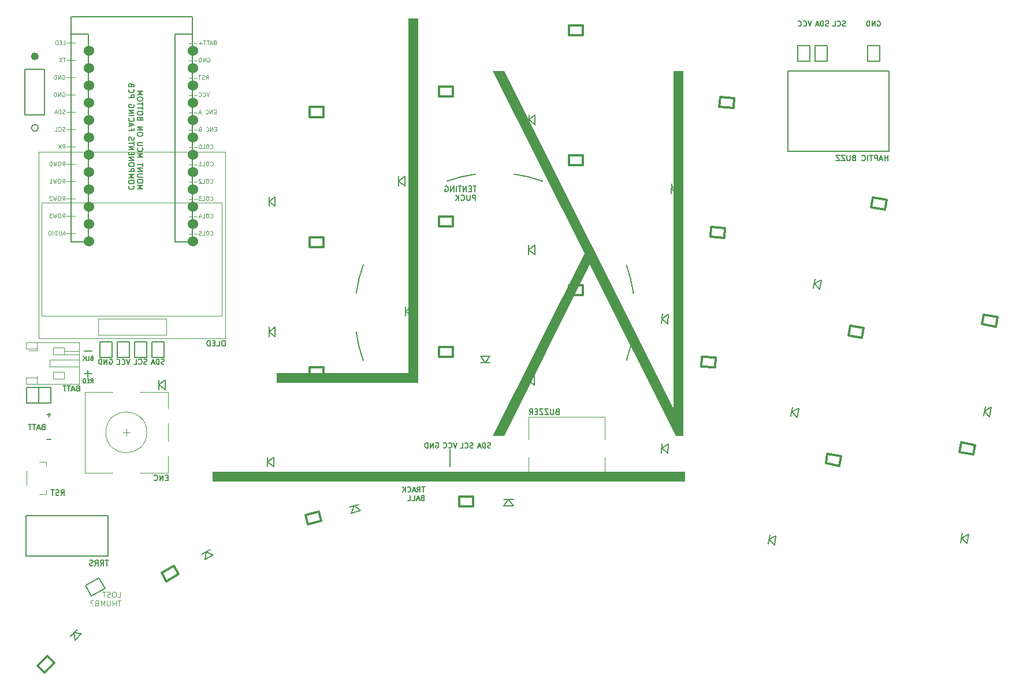
<source format=gbo>
G04 #@! TF.GenerationSoftware,KiCad,Pcbnew,(6.0.9)*
G04 #@! TF.CreationDate,2022-12-21T13:42:31-08:00*
G04 #@! TF.ProjectId,klor1_3,6b6c6f72-315f-4332-9e6b-696361645f70,v1.3.0*
G04 #@! TF.SameCoordinates,Original*
G04 #@! TF.FileFunction,Legend,Bot*
G04 #@! TF.FilePolarity,Positive*
%FSLAX46Y46*%
G04 Gerber Fmt 4.6, Leading zero omitted, Abs format (unit mm)*
G04 Created by KiCad (PCBNEW (6.0.9)) date 2022-12-21 13:42:31*
%MOMM*%
%LPD*%
G01*
G04 APERTURE LIST*
%ADD10C,0.150000*%
%ADD11C,0.127000*%
%ADD12C,0.000000*%
%ADD13C,0.569975*%
%ADD14C,0.100000*%
%ADD15C,0.300000*%
%ADD16C,0.120000*%
%ADD17C,0.200000*%
%ADD18C,1.524000*%
G04 APERTURE END LIST*
D10*
X207728964Y-69120181D02*
X192953965Y-69120181D01*
X192953965Y-57345181D01*
X207728964Y-57345181D01*
X207728964Y-69120181D01*
X83023940Y-65665157D02*
G75*
G03*
X83023940Y-65665157I-494976J0D01*
G01*
D11*
X143395964Y-112808681D02*
X143395964Y-115365681D01*
D10*
X84903964Y-107745181D02*
X84318964Y-107745180D01*
X90851965Y-101729182D02*
X89782964Y-101729180D01*
D12*
G36*
X177835277Y-117516935D02*
G01*
X108575278Y-117516936D01*
X108575277Y-116070341D01*
X177835276Y-116070341D01*
X177835277Y-117516935D01*
G37*
D13*
X82813951Y-55165156D02*
G75*
G03*
X82813951Y-55165156I-284987J0D01*
G01*
D12*
G36*
X138742019Y-103050993D02*
G01*
X117960487Y-103050993D01*
X117960486Y-101604398D01*
X137295425Y-101604414D01*
X137295425Y-49632948D01*
X138742018Y-49632948D01*
X138742019Y-103050993D01*
G37*
D10*
X90884965Y-98368181D02*
X89815965Y-98368181D01*
X84609965Y-108038680D02*
X84609964Y-107453681D01*
X90328964Y-102247180D02*
X90328964Y-101178181D01*
X84913964Y-111370181D02*
X84328964Y-111370180D01*
D12*
G36*
X176141708Y-106826246D02*
G01*
X176141708Y-57324583D01*
X177588298Y-57324583D01*
X177588298Y-110813200D01*
X176494533Y-110813200D01*
X163898596Y-85727187D01*
X151302665Y-110813201D01*
X149679664Y-110813199D01*
X163087096Y-84104178D01*
X149679664Y-57324583D01*
X151302664Y-57324583D01*
X176141708Y-106826246D01*
G37*
D14*
X88394676Y-65923037D02*
X87937534Y-65923037D01*
X87651819Y-65923037D02*
X87194676Y-65923037D01*
X86937534Y-66123037D02*
X86851819Y-66151608D01*
X86708962Y-66151608D01*
X86651819Y-66123037D01*
X86623248Y-66094465D01*
X86594676Y-66037322D01*
X86594676Y-65980180D01*
X86623248Y-65923037D01*
X86651819Y-65894465D01*
X86708962Y-65865894D01*
X86823248Y-65837322D01*
X86880391Y-65808751D01*
X86908962Y-65780180D01*
X86937534Y-65723037D01*
X86937534Y-65665894D01*
X86908962Y-65608751D01*
X86880391Y-65580180D01*
X86823248Y-65551608D01*
X86680391Y-65551608D01*
X86594676Y-65580180D01*
X85994676Y-66094465D02*
X86023248Y-66123037D01*
X86108962Y-66151608D01*
X86166105Y-66151608D01*
X86251819Y-66123037D01*
X86308962Y-66065894D01*
X86337534Y-66008751D01*
X86366105Y-65894465D01*
X86366105Y-65808751D01*
X86337534Y-65694465D01*
X86308962Y-65637322D01*
X86251819Y-65580180D01*
X86166105Y-65551608D01*
X86108962Y-65551608D01*
X86023248Y-65580180D01*
X85994676Y-65608751D01*
X85451819Y-66151608D02*
X85737534Y-66151608D01*
X85737534Y-65551608D01*
D10*
X102044439Y-116963037D02*
X101777772Y-116963037D01*
X101663486Y-117382084D02*
X102044439Y-117382084D01*
X102044439Y-116582084D01*
X101663486Y-116582084D01*
X101320629Y-117382084D02*
X101320629Y-116582084D01*
X100863486Y-117382084D01*
X100863486Y-116582084D01*
X100025391Y-117305894D02*
X100063486Y-117343989D01*
X100177772Y-117382084D01*
X100253963Y-117382084D01*
X100368248Y-117343989D01*
X100444439Y-117267799D01*
X100482534Y-117191608D01*
X100520629Y-117039227D01*
X100520629Y-116924941D01*
X100482534Y-116772560D01*
X100444439Y-116696370D01*
X100368248Y-116620180D01*
X100253963Y-116582084D01*
X100177772Y-116582084D01*
X100063486Y-116620180D01*
X100025391Y-116658275D01*
D14*
X88394676Y-63383038D02*
X87937534Y-63383038D01*
X87651819Y-63383038D02*
X87194676Y-63383038D01*
X86937534Y-63583038D02*
X86851819Y-63611609D01*
X86708962Y-63611609D01*
X86651819Y-63583038D01*
X86623248Y-63554466D01*
X86594676Y-63497323D01*
X86594676Y-63440181D01*
X86623248Y-63383038D01*
X86651819Y-63354466D01*
X86708962Y-63325895D01*
X86823248Y-63297323D01*
X86880391Y-63268752D01*
X86908962Y-63240181D01*
X86937534Y-63183038D01*
X86937534Y-63125895D01*
X86908962Y-63068752D01*
X86880391Y-63040181D01*
X86823248Y-63011609D01*
X86680391Y-63011609D01*
X86594676Y-63040181D01*
X86337534Y-63611609D02*
X86337534Y-63011609D01*
X86194676Y-63011609D01*
X86108962Y-63040181D01*
X86051819Y-63097323D01*
X86023248Y-63154466D01*
X85994676Y-63268752D01*
X85994676Y-63354466D01*
X86023248Y-63468752D01*
X86051819Y-63525895D01*
X86108962Y-63583038D01*
X86194676Y-63611609D01*
X86337534Y-63611609D01*
X85766105Y-63440181D02*
X85480391Y-63440181D01*
X85823248Y-63611609D02*
X85623248Y-63011609D01*
X85423248Y-63611609D01*
X108253249Y-81344466D02*
X108281820Y-81373038D01*
X108367535Y-81401609D01*
X108424677Y-81401609D01*
X108510392Y-81373038D01*
X108567535Y-81315895D01*
X108596106Y-81258752D01*
X108624677Y-81144466D01*
X108624677Y-81058752D01*
X108596106Y-80944466D01*
X108567535Y-80887323D01*
X108510392Y-80830181D01*
X108424677Y-80801609D01*
X108367535Y-80801609D01*
X108281820Y-80830181D01*
X108253249Y-80858752D01*
X107881820Y-80801609D02*
X107767535Y-80801609D01*
X107710392Y-80830181D01*
X107653249Y-80887323D01*
X107624677Y-81001609D01*
X107624677Y-81201609D01*
X107653249Y-81315895D01*
X107710392Y-81373038D01*
X107767535Y-81401609D01*
X107881820Y-81401609D01*
X107938963Y-81373038D01*
X107996106Y-81315895D01*
X108024677Y-81201609D01*
X108024677Y-81001609D01*
X107996106Y-80887323D01*
X107938963Y-80830181D01*
X107881820Y-80801609D01*
X107081820Y-81401609D02*
X107367535Y-81401609D01*
X107367535Y-80801609D01*
X106596106Y-80801609D02*
X106881820Y-80801609D01*
X106910392Y-81087323D01*
X106881820Y-81058752D01*
X106824677Y-81030181D01*
X106681820Y-81030181D01*
X106624677Y-81058752D01*
X106596106Y-81087323D01*
X106567535Y-81144466D01*
X106567535Y-81287323D01*
X106596106Y-81344466D01*
X106624677Y-81373038D01*
X106681820Y-81401609D01*
X106824677Y-81401609D01*
X106881820Y-81373038D01*
X106910392Y-81344466D01*
X106310392Y-81173038D02*
X105853249Y-81173038D01*
X105567535Y-81173038D02*
X105110392Y-81173038D01*
D10*
X86367060Y-119557084D02*
X86633726Y-119176132D01*
X86824203Y-119557084D02*
X86824203Y-118757084D01*
X86519441Y-118757084D01*
X86443250Y-118795180D01*
X86405155Y-118833275D01*
X86367060Y-118909465D01*
X86367060Y-119023751D01*
X86405155Y-119099941D01*
X86443250Y-119138037D01*
X86519441Y-119176132D01*
X86824203Y-119176132D01*
X86062298Y-119518989D02*
X85948012Y-119557084D01*
X85757536Y-119557084D01*
X85681345Y-119518989D01*
X85643250Y-119480894D01*
X85605155Y-119404703D01*
X85605155Y-119328513D01*
X85643250Y-119252322D01*
X85681345Y-119214227D01*
X85757536Y-119176132D01*
X85909917Y-119138037D01*
X85986107Y-119099941D01*
X86024203Y-119061846D01*
X86062298Y-118985656D01*
X86062298Y-118909465D01*
X86024203Y-118833275D01*
X85986107Y-118795180D01*
X85909917Y-118757084D01*
X85719441Y-118757084D01*
X85605155Y-118795180D01*
X85376584Y-118757084D02*
X84919441Y-118757084D01*
X85148012Y-119557084D02*
X85148012Y-118757084D01*
D11*
X144375252Y-111831894D02*
X144121252Y-112593894D01*
X143867252Y-111831894D01*
X143177823Y-112521322D02*
X143214109Y-112557608D01*
X143322966Y-112593894D01*
X143395537Y-112593894D01*
X143504394Y-112557608D01*
X143576966Y-112485037D01*
X143613252Y-112412465D01*
X143649537Y-112267322D01*
X143649537Y-112158465D01*
X143613252Y-112013322D01*
X143576966Y-111940751D01*
X143504394Y-111868180D01*
X143395537Y-111831894D01*
X143322966Y-111831894D01*
X143214109Y-111868180D01*
X143177823Y-111904465D01*
X142415823Y-112521322D02*
X142452109Y-112557608D01*
X142560966Y-112593894D01*
X142633537Y-112593894D01*
X142742394Y-112557608D01*
X142814966Y-112485037D01*
X142851252Y-112412465D01*
X142887537Y-112267322D01*
X142887537Y-112158465D01*
X142851252Y-112013322D01*
X142814966Y-111940751D01*
X142742394Y-111868180D01*
X142633537Y-111831894D01*
X142560966Y-111831894D01*
X142452109Y-111868180D01*
X142415823Y-111904465D01*
X101493909Y-100294609D02*
X101385052Y-100330895D01*
X101203624Y-100330895D01*
X101131052Y-100294609D01*
X101094766Y-100258323D01*
X101058481Y-100185752D01*
X101058481Y-100113181D01*
X101094766Y-100040609D01*
X101131052Y-100004323D01*
X101203624Y-99968038D01*
X101348766Y-99931752D01*
X101421338Y-99895466D01*
X101457624Y-99859181D01*
X101493909Y-99786609D01*
X101493909Y-99714038D01*
X101457624Y-99641466D01*
X101421338Y-99605181D01*
X101348766Y-99568895D01*
X101167338Y-99568895D01*
X101058481Y-99605181D01*
X100731909Y-100330895D02*
X100731909Y-99568895D01*
X100550481Y-99568895D01*
X100441624Y-99605181D01*
X100369052Y-99677752D01*
X100332766Y-99750323D01*
X100296481Y-99895466D01*
X100296481Y-100004323D01*
X100332766Y-100149466D01*
X100369052Y-100222038D01*
X100441624Y-100294609D01*
X100550481Y-100330895D01*
X100731909Y-100330895D01*
X100006195Y-100113181D02*
X99643338Y-100113181D01*
X100078766Y-100330895D02*
X99824766Y-99568895D01*
X99570766Y-100330895D01*
D14*
X88394676Y-78623038D02*
X87937534Y-78623038D01*
X87651819Y-78623038D02*
X87194676Y-78623038D01*
X86566105Y-78851609D02*
X86766105Y-78565895D01*
X86908962Y-78851609D02*
X86908962Y-78251609D01*
X86680391Y-78251609D01*
X86623248Y-78280181D01*
X86594676Y-78308752D01*
X86566105Y-78365895D01*
X86566105Y-78451609D01*
X86594676Y-78508752D01*
X86623248Y-78537323D01*
X86680391Y-78565895D01*
X86908962Y-78565895D01*
X86194676Y-78251609D02*
X86080391Y-78251609D01*
X86023248Y-78280181D01*
X85966105Y-78337323D01*
X85937534Y-78451609D01*
X85937534Y-78651609D01*
X85966105Y-78765895D01*
X86023248Y-78823038D01*
X86080391Y-78851609D01*
X86194676Y-78851609D01*
X86251819Y-78823038D01*
X86308962Y-78765895D01*
X86337534Y-78651609D01*
X86337534Y-78451609D01*
X86308962Y-78337323D01*
X86251819Y-78280181D01*
X86194676Y-78251609D01*
X85737534Y-78251609D02*
X85594676Y-78851609D01*
X85480391Y-78423038D01*
X85366105Y-78851609D01*
X85223248Y-78251609D01*
X85051819Y-78251609D02*
X84680391Y-78251609D01*
X84880391Y-78480181D01*
X84794676Y-78480181D01*
X84737534Y-78508752D01*
X84708962Y-78537323D01*
X84680391Y-78594466D01*
X84680391Y-78737323D01*
X84708962Y-78794466D01*
X84737534Y-78823038D01*
X84794676Y-78851609D01*
X84966105Y-78851609D01*
X85023248Y-78823038D01*
X85051819Y-78794466D01*
D11*
X198876822Y-50728608D02*
X198767965Y-50764894D01*
X198586537Y-50764894D01*
X198513965Y-50728608D01*
X198477679Y-50692322D01*
X198441394Y-50619751D01*
X198441394Y-50547180D01*
X198477679Y-50474608D01*
X198513965Y-50438322D01*
X198586537Y-50402037D01*
X198731679Y-50365751D01*
X198804251Y-50329465D01*
X198840537Y-50293180D01*
X198876822Y-50220608D01*
X198876822Y-50148037D01*
X198840537Y-50075465D01*
X198804251Y-50039180D01*
X198731679Y-50002894D01*
X198550251Y-50002894D01*
X198441394Y-50039180D01*
X198114822Y-50764894D02*
X198114822Y-50002894D01*
X197933394Y-50002894D01*
X197824537Y-50039180D01*
X197751965Y-50111751D01*
X197715679Y-50184322D01*
X197679394Y-50329465D01*
X197679394Y-50438322D01*
X197715679Y-50583465D01*
X197751965Y-50656037D01*
X197824537Y-50728608D01*
X197933394Y-50764894D01*
X198114822Y-50764894D01*
X197389108Y-50547180D02*
X197026251Y-50547180D01*
X197461679Y-50764894D02*
X197207679Y-50002894D01*
X196953679Y-50764894D01*
X96484625Y-99618895D02*
X96230625Y-100380895D01*
X95976625Y-99618895D01*
X95287196Y-100308323D02*
X95323482Y-100344609D01*
X95432339Y-100380895D01*
X95504910Y-100380895D01*
X95613767Y-100344609D01*
X95686339Y-100272038D01*
X95722625Y-100199466D01*
X95758910Y-100054323D01*
X95758910Y-99945466D01*
X95722625Y-99800323D01*
X95686339Y-99727752D01*
X95613767Y-99655181D01*
X95504910Y-99618895D01*
X95432339Y-99618895D01*
X95323482Y-99655181D01*
X95287196Y-99691466D01*
X94525196Y-100308323D02*
X94561482Y-100344609D01*
X94670339Y-100380895D01*
X94742910Y-100380895D01*
X94851767Y-100344609D01*
X94924339Y-100272038D01*
X94960625Y-100199466D01*
X94996910Y-100054323D01*
X94996910Y-99945466D01*
X94960625Y-99800323D01*
X94924339Y-99727752D01*
X94851767Y-99655181D01*
X94742910Y-99618895D01*
X94670339Y-99618895D01*
X94561482Y-99655181D01*
X94525196Y-99691466D01*
X201347392Y-50728609D02*
X201238535Y-50764895D01*
X201057107Y-50764895D01*
X200984535Y-50728609D01*
X200948250Y-50692323D01*
X200911964Y-50619752D01*
X200911964Y-50547181D01*
X200948250Y-50474609D01*
X200984535Y-50438323D01*
X201057107Y-50402038D01*
X201202250Y-50365752D01*
X201274821Y-50329466D01*
X201311107Y-50293181D01*
X201347392Y-50220609D01*
X201347392Y-50148038D01*
X201311107Y-50075466D01*
X201274821Y-50039181D01*
X201202250Y-50002895D01*
X201020821Y-50002895D01*
X200911964Y-50039181D01*
X200149964Y-50692323D02*
X200186250Y-50728609D01*
X200295107Y-50764895D01*
X200367678Y-50764895D01*
X200476535Y-50728609D01*
X200549107Y-50656038D01*
X200585392Y-50583466D01*
X200621678Y-50438323D01*
X200621678Y-50329466D01*
X200585392Y-50184323D01*
X200549107Y-50111752D01*
X200476535Y-50039181D01*
X200367678Y-50002895D01*
X200295107Y-50002895D01*
X200186250Y-50039181D01*
X200149964Y-50075466D01*
X199460535Y-50764895D02*
X199823392Y-50764895D01*
X199823392Y-50002895D01*
D14*
X108253248Y-78804466D02*
X108281819Y-78833038D01*
X108367534Y-78861609D01*
X108424676Y-78861609D01*
X108510391Y-78833038D01*
X108567534Y-78775895D01*
X108596105Y-78718752D01*
X108624676Y-78604466D01*
X108624676Y-78518752D01*
X108596105Y-78404466D01*
X108567534Y-78347323D01*
X108510391Y-78290181D01*
X108424676Y-78261609D01*
X108367534Y-78261609D01*
X108281819Y-78290181D01*
X108253248Y-78318752D01*
X107881819Y-78261609D02*
X107767534Y-78261609D01*
X107710391Y-78290181D01*
X107653248Y-78347323D01*
X107624676Y-78461609D01*
X107624676Y-78661609D01*
X107653248Y-78775895D01*
X107710391Y-78833038D01*
X107767534Y-78861609D01*
X107881819Y-78861609D01*
X107938962Y-78833038D01*
X107996105Y-78775895D01*
X108024676Y-78661609D01*
X108024676Y-78461609D01*
X107996105Y-78347323D01*
X107938962Y-78290181D01*
X107881819Y-78261609D01*
X107081819Y-78861609D02*
X107367534Y-78861609D01*
X107367534Y-78261609D01*
X106624676Y-78461609D02*
X106624676Y-78861609D01*
X106767534Y-78233038D02*
X106910391Y-78661609D01*
X106538962Y-78661609D01*
X106310391Y-78633038D02*
X105853248Y-78633038D01*
X105567534Y-78633038D02*
X105110391Y-78633038D01*
X108258248Y-71184464D02*
X108286819Y-71213036D01*
X108372534Y-71241607D01*
X108429676Y-71241607D01*
X108515391Y-71213036D01*
X108572534Y-71155893D01*
X108601105Y-71098750D01*
X108629676Y-70984464D01*
X108629676Y-70898750D01*
X108601105Y-70784464D01*
X108572534Y-70727321D01*
X108515391Y-70670179D01*
X108429676Y-70641607D01*
X108372534Y-70641607D01*
X108286819Y-70670179D01*
X108258248Y-70698750D01*
X107886819Y-70641607D02*
X107772534Y-70641607D01*
X107715391Y-70670179D01*
X107658248Y-70727321D01*
X107629676Y-70841607D01*
X107629676Y-71041607D01*
X107658248Y-71155893D01*
X107715391Y-71213036D01*
X107772534Y-71241607D01*
X107886819Y-71241607D01*
X107943962Y-71213036D01*
X108001105Y-71155893D01*
X108029676Y-71041607D01*
X108029676Y-70841607D01*
X108001105Y-70727321D01*
X107943962Y-70670179D01*
X107886819Y-70641607D01*
X107086819Y-71241607D02*
X107372534Y-71241607D01*
X107372534Y-70641607D01*
X106572534Y-71241607D02*
X106915391Y-71241607D01*
X106743962Y-71241607D02*
X106743962Y-70641607D01*
X106801105Y-70727321D01*
X106858248Y-70784464D01*
X106915391Y-70813036D01*
X106315391Y-71013036D02*
X105858248Y-71013036D01*
X105572534Y-71013036D02*
X105115391Y-71013036D01*
D10*
X159105035Y-107263038D02*
X158990749Y-107301133D01*
X158952654Y-107339228D01*
X158914559Y-107415419D01*
X158914559Y-107529704D01*
X158952654Y-107605895D01*
X158990749Y-107643990D01*
X159066940Y-107682085D01*
X159371702Y-107682085D01*
X159371702Y-106882085D01*
X159105035Y-106882085D01*
X159028844Y-106920181D01*
X158990749Y-106958276D01*
X158952654Y-107034466D01*
X158952654Y-107110657D01*
X158990749Y-107186847D01*
X159028844Y-107224942D01*
X159105035Y-107263038D01*
X159371702Y-107263038D01*
X158571702Y-106882085D02*
X158571702Y-107529704D01*
X158533606Y-107605895D01*
X158495511Y-107643990D01*
X158419321Y-107682085D01*
X158266940Y-107682085D01*
X158190749Y-107643990D01*
X158152654Y-107605895D01*
X158114559Y-107529704D01*
X158114559Y-106882085D01*
X157809797Y-106882085D02*
X157276464Y-106882085D01*
X157809797Y-107682085D01*
X157276464Y-107682085D01*
X157047892Y-106882085D02*
X156514559Y-106882085D01*
X157047892Y-107682085D01*
X156514559Y-107682085D01*
X156209797Y-107263038D02*
X155943130Y-107263038D01*
X155828844Y-107682085D02*
X156209797Y-107682085D01*
X156209797Y-106882085D01*
X155828844Y-106882085D01*
X155028844Y-107682085D02*
X155295511Y-107301133D01*
X155485987Y-107682085D02*
X155485987Y-106882085D01*
X155181225Y-106882085D01*
X155105035Y-106920181D01*
X155066940Y-106958276D01*
X155028844Y-107034466D01*
X155028844Y-107148752D01*
X155066940Y-107224942D01*
X155105035Y-107263038D01*
X155181225Y-107301133D01*
X155485987Y-107301133D01*
D14*
X109053249Y-63307324D02*
X108853249Y-63307324D01*
X108767535Y-63621610D02*
X109053249Y-63621610D01*
X109053249Y-63021610D01*
X108767535Y-63021610D01*
X108510392Y-63621610D02*
X108510392Y-63021610D01*
X108167535Y-63621610D01*
X108167535Y-63021610D01*
X107538963Y-63564467D02*
X107567535Y-63593039D01*
X107653249Y-63621610D01*
X107710392Y-63621610D01*
X107796106Y-63593039D01*
X107853249Y-63535896D01*
X107881820Y-63478753D01*
X107910392Y-63364467D01*
X107910392Y-63278753D01*
X107881820Y-63164467D01*
X107853249Y-63107324D01*
X107796106Y-63050182D01*
X107710392Y-63021610D01*
X107653249Y-63021610D01*
X107567535Y-63050182D01*
X107538963Y-63078753D01*
X106853249Y-63450182D02*
X106567535Y-63450182D01*
X106910392Y-63621610D02*
X106710392Y-63021610D01*
X106510392Y-63621610D01*
X106310392Y-63393039D02*
X105853249Y-63393039D01*
X105567535Y-63393039D02*
X105110392Y-63393039D01*
X88394678Y-71003038D02*
X87937536Y-71003038D01*
X87651821Y-71003038D02*
X87194678Y-71003038D01*
X86566107Y-71231609D02*
X86766107Y-70945895D01*
X86908964Y-71231609D02*
X86908964Y-70631609D01*
X86680393Y-70631609D01*
X86623250Y-70660181D01*
X86594678Y-70688752D01*
X86566107Y-70745895D01*
X86566107Y-70831609D01*
X86594678Y-70888752D01*
X86623250Y-70917323D01*
X86680393Y-70945895D01*
X86908964Y-70945895D01*
X86194678Y-70631609D02*
X86080393Y-70631609D01*
X86023250Y-70660181D01*
X85966107Y-70717323D01*
X85937536Y-70831609D01*
X85937536Y-71031609D01*
X85966107Y-71145895D01*
X86023250Y-71203038D01*
X86080393Y-71231609D01*
X86194678Y-71231609D01*
X86251821Y-71203038D01*
X86308964Y-71145895D01*
X86337536Y-71031609D01*
X86337536Y-70831609D01*
X86308964Y-70717323D01*
X86251821Y-70660181D01*
X86194678Y-70631609D01*
X85737536Y-70631609D02*
X85594678Y-71231609D01*
X85480393Y-70803038D01*
X85366107Y-71231609D01*
X85223250Y-70631609D01*
X84880393Y-70631609D02*
X84823250Y-70631609D01*
X84766107Y-70660181D01*
X84737536Y-70688752D01*
X84708964Y-70745895D01*
X84680393Y-70860181D01*
X84680393Y-71003038D01*
X84708964Y-71117323D01*
X84737536Y-71174466D01*
X84766107Y-71203038D01*
X84823250Y-71231609D01*
X84880393Y-71231609D01*
X84937536Y-71203038D01*
X84966107Y-71174466D01*
X84994678Y-71117323D01*
X85023250Y-71003038D01*
X85023250Y-70860181D01*
X84994678Y-70745895D01*
X84966107Y-70688752D01*
X84937536Y-70660181D01*
X84880393Y-70631609D01*
D10*
X90888608Y-99427323D02*
X90802894Y-99455895D01*
X90774323Y-99484466D01*
X90745751Y-99541609D01*
X90745751Y-99627323D01*
X90774323Y-99684466D01*
X90802894Y-99713038D01*
X90860037Y-99741609D01*
X91088608Y-99741609D01*
X91088608Y-99141609D01*
X90888608Y-99141609D01*
X90831466Y-99170181D01*
X90802894Y-99198752D01*
X90774323Y-99255895D01*
X90774323Y-99313038D01*
X90802894Y-99370181D01*
X90831466Y-99398752D01*
X90888608Y-99427323D01*
X91088608Y-99427323D01*
X90202894Y-99741609D02*
X90488608Y-99741609D01*
X90488608Y-99141609D01*
X90002894Y-99741609D02*
X90002894Y-99141609D01*
X89660037Y-99741609D02*
X89917180Y-99398752D01*
X89660037Y-99141609D02*
X90002894Y-99484466D01*
D14*
X107596105Y-58541608D02*
X107796105Y-58255894D01*
X107938962Y-58541608D02*
X107938962Y-57941608D01*
X107710391Y-57941608D01*
X107653248Y-57970180D01*
X107624676Y-57998751D01*
X107596105Y-58055894D01*
X107596105Y-58141608D01*
X107624676Y-58198751D01*
X107653248Y-58227322D01*
X107710391Y-58255894D01*
X107938962Y-58255894D01*
X107367534Y-58513037D02*
X107281819Y-58541608D01*
X107138962Y-58541608D01*
X107081819Y-58513037D01*
X107053248Y-58484465D01*
X107024676Y-58427322D01*
X107024676Y-58370180D01*
X107053248Y-58313037D01*
X107081819Y-58284465D01*
X107138962Y-58255894D01*
X107253248Y-58227322D01*
X107310391Y-58198751D01*
X107338962Y-58170180D01*
X107367534Y-58113037D01*
X107367534Y-58055894D01*
X107338962Y-57998751D01*
X107310391Y-57970180D01*
X107253248Y-57941608D01*
X107110391Y-57941608D01*
X107024676Y-57970180D01*
X106853248Y-57941608D02*
X106510391Y-57941608D01*
X106681819Y-58541608D02*
X106681819Y-57941608D01*
X106310391Y-58313037D02*
X105853248Y-58313037D01*
X105567534Y-58313037D02*
X105110391Y-58313037D01*
X108253249Y-68644466D02*
X108281820Y-68673038D01*
X108367535Y-68701609D01*
X108424677Y-68701609D01*
X108510392Y-68673038D01*
X108567535Y-68615895D01*
X108596106Y-68558752D01*
X108624677Y-68444466D01*
X108624677Y-68358752D01*
X108596106Y-68244466D01*
X108567535Y-68187323D01*
X108510392Y-68130181D01*
X108424677Y-68101609D01*
X108367535Y-68101609D01*
X108281820Y-68130181D01*
X108253249Y-68158752D01*
X107881820Y-68101609D02*
X107767535Y-68101609D01*
X107710392Y-68130181D01*
X107653249Y-68187323D01*
X107624677Y-68301609D01*
X107624677Y-68501609D01*
X107653249Y-68615895D01*
X107710392Y-68673038D01*
X107767535Y-68701609D01*
X107881820Y-68701609D01*
X107938963Y-68673038D01*
X107996106Y-68615895D01*
X108024677Y-68501609D01*
X108024677Y-68301609D01*
X107996106Y-68187323D01*
X107938963Y-68130181D01*
X107881820Y-68101609D01*
X107081820Y-68701609D02*
X107367535Y-68701609D01*
X107367535Y-68101609D01*
X106767535Y-68101609D02*
X106710392Y-68101609D01*
X106653249Y-68130181D01*
X106624677Y-68158752D01*
X106596106Y-68215895D01*
X106567535Y-68330181D01*
X106567535Y-68473038D01*
X106596106Y-68587323D01*
X106624677Y-68644466D01*
X106653249Y-68673038D01*
X106710392Y-68701609D01*
X106767535Y-68701609D01*
X106824677Y-68673038D01*
X106853249Y-68644466D01*
X106881820Y-68587323D01*
X106910392Y-68473038D01*
X106910392Y-68330181D01*
X106881820Y-68215895D01*
X106853249Y-68158752D01*
X106824677Y-68130181D01*
X106767535Y-68101609D01*
X106310392Y-68473038D02*
X105853249Y-68473038D01*
X105567535Y-68473038D02*
X105110392Y-68473038D01*
D10*
X97561059Y-74632203D02*
X98361059Y-74632203D01*
X97789630Y-74365537D01*
X98361059Y-74098870D01*
X97561059Y-74098870D01*
X98361059Y-73565537D02*
X98361059Y-73413156D01*
X98322964Y-73336965D01*
X98246773Y-73260775D01*
X98094392Y-73222680D01*
X97827725Y-73222680D01*
X97675344Y-73260775D01*
X97599154Y-73336965D01*
X97561059Y-73413156D01*
X97561059Y-73565537D01*
X97599154Y-73641727D01*
X97675344Y-73717918D01*
X97827725Y-73756013D01*
X98094392Y-73756013D01*
X98246773Y-73717918D01*
X98322964Y-73641727D01*
X98361059Y-73565537D01*
X98361059Y-72879822D02*
X97713440Y-72879822D01*
X97637249Y-72841727D01*
X97599154Y-72803632D01*
X97561059Y-72727441D01*
X97561059Y-72575060D01*
X97599154Y-72498870D01*
X97637249Y-72460775D01*
X97713440Y-72422680D01*
X98361059Y-72422680D01*
X97561059Y-72041727D02*
X98361059Y-72041727D01*
X97561059Y-71584584D01*
X98361059Y-71584584D01*
X98361059Y-71317918D02*
X98361059Y-70860775D01*
X97561059Y-71089346D02*
X98361059Y-71089346D01*
X97561059Y-69984584D02*
X98361059Y-69984584D01*
X97789630Y-69717918D01*
X98361059Y-69451251D01*
X97561059Y-69451251D01*
X97637249Y-68613156D02*
X97599154Y-68651251D01*
X97561059Y-68765537D01*
X97561059Y-68841727D01*
X97599154Y-68956013D01*
X97675344Y-69032203D01*
X97751535Y-69070299D01*
X97903916Y-69108394D01*
X98018202Y-69108394D01*
X98170583Y-69070299D01*
X98246773Y-69032203D01*
X98322964Y-68956013D01*
X98361059Y-68841727D01*
X98361059Y-68765537D01*
X98322964Y-68651251D01*
X98284868Y-68613156D01*
X98361059Y-68270299D02*
X97713440Y-68270299D01*
X97637249Y-68232203D01*
X97599154Y-68194108D01*
X97561059Y-68117918D01*
X97561059Y-67965537D01*
X97599154Y-67889346D01*
X97637249Y-67851251D01*
X97713440Y-67813156D01*
X98361059Y-67813156D01*
X98361059Y-66670299D02*
X98361059Y-66517918D01*
X98322964Y-66441727D01*
X98246773Y-66365537D01*
X98094392Y-66327441D01*
X97827725Y-66327441D01*
X97675344Y-66365537D01*
X97599154Y-66441727D01*
X97561059Y-66517918D01*
X97561059Y-66670299D01*
X97599154Y-66746489D01*
X97675344Y-66822679D01*
X97827725Y-66860775D01*
X98094392Y-66860775D01*
X98246773Y-66822679D01*
X98322964Y-66746489D01*
X98361059Y-66670299D01*
X97561059Y-65984584D02*
X98361059Y-65984584D01*
X97561059Y-65527441D01*
X98361059Y-65527441D01*
X97980106Y-64270299D02*
X97942011Y-64156013D01*
X97903916Y-64117918D01*
X97827725Y-64079822D01*
X97713440Y-64079822D01*
X97637249Y-64117918D01*
X97599154Y-64156013D01*
X97561059Y-64232203D01*
X97561059Y-64536965D01*
X98361059Y-64536965D01*
X98361059Y-64270299D01*
X98322964Y-64194108D01*
X98284868Y-64156013D01*
X98208678Y-64117918D01*
X98132487Y-64117918D01*
X98056297Y-64156013D01*
X98018202Y-64194108D01*
X97980106Y-64270299D01*
X97980106Y-64536965D01*
X98361059Y-63584584D02*
X98361059Y-63432203D01*
X98322964Y-63356013D01*
X98246773Y-63279822D01*
X98094392Y-63241727D01*
X97827725Y-63241727D01*
X97675344Y-63279822D01*
X97599154Y-63356013D01*
X97561059Y-63432203D01*
X97561059Y-63584584D01*
X97599154Y-63660775D01*
X97675344Y-63736965D01*
X97827725Y-63775060D01*
X98094392Y-63775060D01*
X98246773Y-63736965D01*
X98322964Y-63660775D01*
X98361059Y-63584584D01*
X98361059Y-63013156D02*
X98361059Y-62556013D01*
X97561059Y-62784584D02*
X98361059Y-62784584D01*
X98361059Y-62403632D02*
X98361059Y-61946489D01*
X97561059Y-62175060D02*
X98361059Y-62175060D01*
X98361059Y-61527441D02*
X98361059Y-61375060D01*
X98322964Y-61298870D01*
X98246773Y-61222679D01*
X98094392Y-61184584D01*
X97827725Y-61184584D01*
X97675344Y-61222679D01*
X97599154Y-61298870D01*
X97561059Y-61375060D01*
X97561059Y-61527441D01*
X97599154Y-61603632D01*
X97675344Y-61679822D01*
X97827725Y-61717918D01*
X98094392Y-61717918D01*
X98246773Y-61679822D01*
X98322964Y-61603632D01*
X98361059Y-61527441D01*
X97561059Y-60841727D02*
X98361059Y-60841727D01*
X97789630Y-60575060D01*
X98361059Y-60308394D01*
X97561059Y-60308394D01*
X96349249Y-74175060D02*
X96311154Y-74213156D01*
X96273059Y-74327441D01*
X96273059Y-74403632D01*
X96311154Y-74517918D01*
X96387344Y-74594108D01*
X96463535Y-74632203D01*
X96615916Y-74670299D01*
X96730202Y-74670299D01*
X96882583Y-74632203D01*
X96958773Y-74594108D01*
X97034964Y-74517918D01*
X97073059Y-74403632D01*
X97073059Y-74327441D01*
X97034964Y-74213156D01*
X96996868Y-74175060D01*
X97073059Y-73679822D02*
X97073059Y-73527441D01*
X97034964Y-73451251D01*
X96958773Y-73375060D01*
X96806392Y-73336965D01*
X96539725Y-73336965D01*
X96387344Y-73375060D01*
X96311154Y-73451251D01*
X96273059Y-73527441D01*
X96273059Y-73679822D01*
X96311154Y-73756013D01*
X96387344Y-73832203D01*
X96539725Y-73870299D01*
X96806392Y-73870299D01*
X96958773Y-73832203D01*
X97034964Y-73756013D01*
X97073059Y-73679822D01*
X96273059Y-72994108D02*
X97073059Y-72994108D01*
X96501630Y-72727441D01*
X97073059Y-72460775D01*
X96273059Y-72460775D01*
X96273059Y-72079822D02*
X97073059Y-72079822D01*
X97073059Y-71775060D01*
X97034964Y-71698870D01*
X96996868Y-71660775D01*
X96920678Y-71622680D01*
X96806392Y-71622680D01*
X96730202Y-71660775D01*
X96692106Y-71698870D01*
X96654011Y-71775060D01*
X96654011Y-72079822D01*
X97073059Y-71127441D02*
X97073059Y-70975060D01*
X97034964Y-70898870D01*
X96958773Y-70822680D01*
X96806392Y-70784584D01*
X96539725Y-70784584D01*
X96387344Y-70822680D01*
X96311154Y-70898870D01*
X96273059Y-70975060D01*
X96273059Y-71127441D01*
X96311154Y-71203632D01*
X96387344Y-71279822D01*
X96539725Y-71317918D01*
X96806392Y-71317918D01*
X96958773Y-71279822D01*
X97034964Y-71203632D01*
X97073059Y-71127441D01*
X96273059Y-70441727D02*
X97073059Y-70441727D01*
X96273059Y-69984584D01*
X97073059Y-69984584D01*
X96692106Y-69603632D02*
X96692106Y-69336965D01*
X96273059Y-69222680D02*
X96273059Y-69603632D01*
X97073059Y-69603632D01*
X97073059Y-69222680D01*
X96273059Y-68879822D02*
X97073059Y-68879822D01*
X96273059Y-68422680D01*
X97073059Y-68422680D01*
X97073059Y-68156013D02*
X97073059Y-67698870D01*
X96273059Y-67927441D02*
X97073059Y-67927441D01*
X96311154Y-67470299D02*
X96273059Y-67356013D01*
X96273059Y-67165537D01*
X96311154Y-67089346D01*
X96349249Y-67051251D01*
X96425440Y-67013156D01*
X96501630Y-67013156D01*
X96577821Y-67051251D01*
X96615916Y-67089346D01*
X96654011Y-67165537D01*
X96692106Y-67317918D01*
X96730202Y-67394108D01*
X96768297Y-67432203D01*
X96844487Y-67470299D01*
X96920678Y-67470299D01*
X96996868Y-67432203D01*
X97034964Y-67394108D01*
X97073059Y-67317918D01*
X97073059Y-67127441D01*
X97034964Y-67013156D01*
X96692106Y-65794108D02*
X96692106Y-66060775D01*
X96273059Y-66060775D02*
X97073059Y-66060775D01*
X97073059Y-65679822D01*
X96501630Y-65413156D02*
X96501630Y-65032203D01*
X96273059Y-65489346D02*
X97073059Y-65222680D01*
X96273059Y-64956013D01*
X96349249Y-64232203D02*
X96311154Y-64270299D01*
X96273059Y-64384584D01*
X96273059Y-64460775D01*
X96311154Y-64575060D01*
X96387344Y-64651251D01*
X96463535Y-64689346D01*
X96615916Y-64727441D01*
X96730202Y-64727441D01*
X96882583Y-64689346D01*
X96958773Y-64651251D01*
X97034964Y-64575060D01*
X97073059Y-64460775D01*
X97073059Y-64384584D01*
X97034964Y-64270299D01*
X96996868Y-64232203D01*
X96273059Y-63889346D02*
X97073059Y-63889346D01*
X96273059Y-63508394D02*
X97073059Y-63508394D01*
X96273059Y-63051251D01*
X97073059Y-63051251D01*
X97034964Y-62251251D02*
X97073059Y-62327441D01*
X97073059Y-62441727D01*
X97034964Y-62556013D01*
X96958773Y-62632203D01*
X96882583Y-62670299D01*
X96730202Y-62708394D01*
X96615916Y-62708394D01*
X96463535Y-62670299D01*
X96387344Y-62632203D01*
X96311154Y-62556013D01*
X96273059Y-62441727D01*
X96273059Y-62365537D01*
X96311154Y-62251251D01*
X96349249Y-62213156D01*
X96615916Y-62213156D01*
X96615916Y-62365537D01*
X96273059Y-61260775D02*
X97073059Y-61260775D01*
X97073059Y-60956013D01*
X97034964Y-60879822D01*
X96996868Y-60841727D01*
X96920678Y-60803632D01*
X96806392Y-60803632D01*
X96730202Y-60841727D01*
X96692106Y-60879822D01*
X96654011Y-60956013D01*
X96654011Y-61260775D01*
X96349249Y-60003632D02*
X96311154Y-60041727D01*
X96273059Y-60156013D01*
X96273059Y-60232203D01*
X96311154Y-60346489D01*
X96387344Y-60422680D01*
X96463535Y-60460775D01*
X96615916Y-60498870D01*
X96730202Y-60498870D01*
X96882583Y-60460775D01*
X96958773Y-60422680D01*
X97034964Y-60346489D01*
X97073059Y-60232203D01*
X97073059Y-60156013D01*
X97034964Y-60041727D01*
X96996868Y-60003632D01*
X96692106Y-59394108D02*
X96654011Y-59279822D01*
X96615916Y-59241727D01*
X96539725Y-59203632D01*
X96425440Y-59203632D01*
X96349249Y-59241727D01*
X96311154Y-59279822D01*
X96273059Y-59356013D01*
X96273059Y-59660775D01*
X97073059Y-59660775D01*
X97073059Y-59394108D01*
X97034964Y-59317918D01*
X96996868Y-59279822D01*
X96920678Y-59241727D01*
X96844487Y-59241727D01*
X96768297Y-59279822D01*
X96730202Y-59317918D01*
X96692106Y-59394108D01*
X96692106Y-59660775D01*
D11*
X139711842Y-118328485D02*
X139276414Y-118328485D01*
X139494128Y-119090485D02*
X139494128Y-118328485D01*
X138586985Y-119090485D02*
X138840985Y-118727628D01*
X139022414Y-119090485D02*
X139022414Y-118328485D01*
X138732128Y-118328485D01*
X138659556Y-118364771D01*
X138623271Y-118401056D01*
X138586985Y-118473628D01*
X138586985Y-118582485D01*
X138623271Y-118655056D01*
X138659556Y-118691342D01*
X138732128Y-118727628D01*
X139022414Y-118727628D01*
X138296699Y-118872771D02*
X137933842Y-118872771D01*
X138369271Y-119090485D02*
X138115271Y-118328485D01*
X137861271Y-119090485D01*
X137171842Y-119017913D02*
X137208128Y-119054199D01*
X137316985Y-119090485D01*
X137389556Y-119090485D01*
X137498414Y-119054199D01*
X137570985Y-118981628D01*
X137607271Y-118909056D01*
X137643556Y-118763913D01*
X137643556Y-118655056D01*
X137607271Y-118509913D01*
X137570985Y-118437342D01*
X137498414Y-118364771D01*
X137389556Y-118328485D01*
X137316985Y-118328485D01*
X137208128Y-118364771D01*
X137171842Y-118401056D01*
X136845271Y-119090485D02*
X136845271Y-118328485D01*
X136409842Y-119090485D02*
X136736414Y-118655056D01*
X136409842Y-118328485D02*
X136845271Y-118763913D01*
X139348985Y-119918162D02*
X139240128Y-119954448D01*
X139203842Y-119990733D01*
X139167556Y-120063305D01*
X139167556Y-120172162D01*
X139203842Y-120244733D01*
X139240128Y-120281019D01*
X139312699Y-120317305D01*
X139602985Y-120317305D01*
X139602985Y-119555305D01*
X139348985Y-119555305D01*
X139276414Y-119591591D01*
X139240128Y-119627876D01*
X139203842Y-119700448D01*
X139203842Y-119773019D01*
X139240128Y-119845591D01*
X139276414Y-119881876D01*
X139348985Y-119918162D01*
X139602985Y-119918162D01*
X138877271Y-120099591D02*
X138514414Y-120099591D01*
X138949842Y-120317305D02*
X138695842Y-119555305D01*
X138441842Y-120317305D01*
X137824985Y-120317305D02*
X138187842Y-120317305D01*
X138187842Y-119555305D01*
X137208128Y-120317305D02*
X137570985Y-120317305D01*
X137570985Y-119555305D01*
X98951108Y-100294609D02*
X98842251Y-100330895D01*
X98660823Y-100330895D01*
X98588251Y-100294609D01*
X98551966Y-100258323D01*
X98515680Y-100185752D01*
X98515680Y-100113181D01*
X98551966Y-100040609D01*
X98588251Y-100004323D01*
X98660823Y-99968038D01*
X98805966Y-99931752D01*
X98878537Y-99895466D01*
X98914823Y-99859181D01*
X98951108Y-99786609D01*
X98951108Y-99714038D01*
X98914823Y-99641466D01*
X98878537Y-99605181D01*
X98805966Y-99568895D01*
X98624537Y-99568895D01*
X98515680Y-99605181D01*
X97753680Y-100258323D02*
X97789966Y-100294609D01*
X97898823Y-100330895D01*
X97971394Y-100330895D01*
X98080251Y-100294609D01*
X98152823Y-100222038D01*
X98189108Y-100149466D01*
X98225394Y-100004323D01*
X98225394Y-99895466D01*
X98189108Y-99750323D01*
X98152823Y-99677752D01*
X98080251Y-99605181D01*
X97971394Y-99568895D01*
X97898823Y-99568895D01*
X97789966Y-99605181D01*
X97753680Y-99641466D01*
X97064251Y-100330895D02*
X97427108Y-100330895D01*
X97427108Y-99568895D01*
D14*
X88394677Y-68463038D02*
X87937535Y-68463038D01*
X87651820Y-68463038D02*
X87194677Y-68463038D01*
X86566106Y-68691609D02*
X86766106Y-68405895D01*
X86908963Y-68691609D02*
X86908963Y-68091609D01*
X86680392Y-68091609D01*
X86623249Y-68120181D01*
X86594677Y-68148752D01*
X86566106Y-68205895D01*
X86566106Y-68291609D01*
X86594677Y-68348752D01*
X86623249Y-68377323D01*
X86680392Y-68405895D01*
X86908963Y-68405895D01*
X86366106Y-68091609D02*
X85966106Y-68691609D01*
X85966106Y-68091609D02*
X86366106Y-68691609D01*
D11*
X149339250Y-112557608D02*
X149230393Y-112593894D01*
X149048965Y-112593894D01*
X148976393Y-112557608D01*
X148940107Y-112521322D01*
X148903822Y-112448751D01*
X148903822Y-112376180D01*
X148940107Y-112303608D01*
X148976393Y-112267322D01*
X149048965Y-112231037D01*
X149194107Y-112194751D01*
X149266679Y-112158465D01*
X149302965Y-112122180D01*
X149339250Y-112049608D01*
X149339250Y-111977037D01*
X149302965Y-111904465D01*
X149266679Y-111868180D01*
X149194107Y-111831894D01*
X149012679Y-111831894D01*
X148903822Y-111868180D01*
X148577250Y-112593894D02*
X148577250Y-111831894D01*
X148395822Y-111831894D01*
X148286965Y-111868180D01*
X148214393Y-111940751D01*
X148178107Y-112013322D01*
X148141822Y-112158465D01*
X148141822Y-112267322D01*
X148178107Y-112412465D01*
X148214393Y-112485037D01*
X148286965Y-112557608D01*
X148395822Y-112593894D01*
X148577250Y-112593894D01*
X147851536Y-112376180D02*
X147488679Y-112376180D01*
X147924107Y-112593894D02*
X147670107Y-111831894D01*
X147416107Y-112593894D01*
D10*
X83749203Y-109513038D02*
X83634917Y-109551133D01*
X83596822Y-109589228D01*
X83558726Y-109665419D01*
X83558726Y-109779704D01*
X83596822Y-109855895D01*
X83634917Y-109893990D01*
X83711107Y-109932085D01*
X84015869Y-109932085D01*
X84015869Y-109132085D01*
X83749203Y-109132085D01*
X83673012Y-109170181D01*
X83634917Y-109208276D01*
X83596822Y-109284466D01*
X83596822Y-109360657D01*
X83634917Y-109436847D01*
X83673012Y-109474942D01*
X83749203Y-109513038D01*
X84015869Y-109513038D01*
X83253965Y-109703514D02*
X82873012Y-109703514D01*
X83330155Y-109932085D02*
X83063488Y-109132085D01*
X82796822Y-109932085D01*
X82644441Y-109132085D02*
X82187298Y-109132085D01*
X82415869Y-109932085D02*
X82415869Y-109132085D01*
X82034917Y-109132085D02*
X81577774Y-109132085D01*
X81806345Y-109932085D02*
X81806345Y-109132085D01*
D14*
X108253249Y-73724466D02*
X108281820Y-73753038D01*
X108367535Y-73781609D01*
X108424677Y-73781609D01*
X108510392Y-73753038D01*
X108567535Y-73695895D01*
X108596106Y-73638752D01*
X108624677Y-73524466D01*
X108624677Y-73438752D01*
X108596106Y-73324466D01*
X108567535Y-73267323D01*
X108510392Y-73210181D01*
X108424677Y-73181609D01*
X108367535Y-73181609D01*
X108281820Y-73210181D01*
X108253249Y-73238752D01*
X107881820Y-73181609D02*
X107767535Y-73181609D01*
X107710392Y-73210181D01*
X107653249Y-73267323D01*
X107624677Y-73381609D01*
X107624677Y-73581609D01*
X107653249Y-73695895D01*
X107710392Y-73753038D01*
X107767535Y-73781609D01*
X107881820Y-73781609D01*
X107938963Y-73753038D01*
X107996106Y-73695895D01*
X108024677Y-73581609D01*
X108024677Y-73381609D01*
X107996106Y-73267323D01*
X107938963Y-73210181D01*
X107881820Y-73181609D01*
X107081820Y-73781609D02*
X107367535Y-73781609D01*
X107367535Y-73181609D01*
X106910392Y-73238752D02*
X106881820Y-73210181D01*
X106824677Y-73181609D01*
X106681820Y-73181609D01*
X106624677Y-73210181D01*
X106596106Y-73238752D01*
X106567535Y-73295895D01*
X106567535Y-73353038D01*
X106596106Y-73438752D01*
X106938963Y-73781609D01*
X106567535Y-73781609D01*
X106310392Y-73553038D02*
X105853249Y-73553038D01*
X105567535Y-73553038D02*
X105110392Y-73553038D01*
D11*
X93497163Y-99593181D02*
X93569734Y-99556895D01*
X93678592Y-99556895D01*
X93787449Y-99593181D01*
X93860020Y-99665752D01*
X93896306Y-99738323D01*
X93932592Y-99883466D01*
X93932592Y-99992323D01*
X93896306Y-100137466D01*
X93860020Y-100210038D01*
X93787449Y-100282609D01*
X93678592Y-100318895D01*
X93606020Y-100318895D01*
X93497163Y-100282609D01*
X93460877Y-100246323D01*
X93460877Y-99992323D01*
X93606020Y-99992323D01*
X93134306Y-100318895D02*
X93134306Y-99556895D01*
X92698877Y-100318895D01*
X92698877Y-99556895D01*
X92336020Y-100318895D02*
X92336020Y-99556895D01*
X92154592Y-99556895D01*
X92045734Y-99593181D01*
X91973163Y-99665752D01*
X91936877Y-99738323D01*
X91900592Y-99883466D01*
X91900592Y-99992323D01*
X91936877Y-100137466D01*
X91973163Y-100210038D01*
X92045734Y-100282609D01*
X92154592Y-100318895D01*
X92336020Y-100318895D01*
D14*
X88394677Y-76083038D02*
X87937535Y-76083038D01*
X87651820Y-76083038D02*
X87194677Y-76083038D01*
X86566106Y-76311609D02*
X86766106Y-76025895D01*
X86908963Y-76311609D02*
X86908963Y-75711609D01*
X86680392Y-75711609D01*
X86623249Y-75740181D01*
X86594677Y-75768752D01*
X86566106Y-75825895D01*
X86566106Y-75911609D01*
X86594677Y-75968752D01*
X86623249Y-75997323D01*
X86680392Y-76025895D01*
X86908963Y-76025895D01*
X86194677Y-75711609D02*
X86080392Y-75711609D01*
X86023249Y-75740181D01*
X85966106Y-75797323D01*
X85937535Y-75911609D01*
X85937535Y-76111609D01*
X85966106Y-76225895D01*
X86023249Y-76283038D01*
X86080392Y-76311609D01*
X86194677Y-76311609D01*
X86251820Y-76283038D01*
X86308963Y-76225895D01*
X86337535Y-76111609D01*
X86337535Y-75911609D01*
X86308963Y-75797323D01*
X86251820Y-75740181D01*
X86194677Y-75711609D01*
X85737535Y-75711609D02*
X85594677Y-76311609D01*
X85480392Y-75883038D01*
X85366106Y-76311609D01*
X85223249Y-75711609D01*
X85023249Y-75768752D02*
X84994677Y-75740181D01*
X84937535Y-75711609D01*
X84794677Y-75711609D01*
X84737535Y-75740181D01*
X84708963Y-75768752D01*
X84680392Y-75825895D01*
X84680392Y-75883038D01*
X84708963Y-75968752D01*
X85051820Y-76311609D01*
X84680392Y-76311609D01*
D11*
X141294536Y-111868181D02*
X141367107Y-111831895D01*
X141475965Y-111831895D01*
X141584822Y-111868181D01*
X141657393Y-111940752D01*
X141693679Y-112013323D01*
X141729965Y-112158466D01*
X141729965Y-112267323D01*
X141693679Y-112412466D01*
X141657393Y-112485038D01*
X141584822Y-112557609D01*
X141475965Y-112593895D01*
X141403393Y-112593895D01*
X141294536Y-112557609D01*
X141258250Y-112521323D01*
X141258250Y-112267323D01*
X141403393Y-112267323D01*
X140931679Y-112593895D02*
X140931679Y-111831895D01*
X140496250Y-112593895D01*
X140496250Y-111831895D01*
X140133393Y-112593895D02*
X140133393Y-111831895D01*
X139951965Y-111831895D01*
X139843107Y-111868181D01*
X139770536Y-111940752D01*
X139734250Y-112013323D01*
X139697965Y-112158466D01*
X139697965Y-112267323D01*
X139734250Y-112412466D01*
X139770536Y-112485038D01*
X139843107Y-112557609D01*
X139951965Y-112593895D01*
X140133393Y-112593895D01*
D14*
X109138962Y-65847323D02*
X108938962Y-65847323D01*
X108853248Y-66161609D02*
X109138962Y-66161609D01*
X109138962Y-65561609D01*
X108853248Y-65561609D01*
X108596105Y-66161609D02*
X108596105Y-65561609D01*
X108253248Y-66161609D01*
X108253248Y-65561609D01*
X107624676Y-66104466D02*
X107653248Y-66133038D01*
X107738962Y-66161609D01*
X107796105Y-66161609D01*
X107881819Y-66133038D01*
X107938962Y-66075895D01*
X107967534Y-66018752D01*
X107996105Y-65904466D01*
X107996105Y-65818752D01*
X107967534Y-65704466D01*
X107938962Y-65647323D01*
X107881819Y-65590181D01*
X107796105Y-65561609D01*
X107738962Y-65561609D01*
X107653248Y-65590181D01*
X107624676Y-65618752D01*
X106710391Y-65847323D02*
X106624676Y-65875895D01*
X106596105Y-65904466D01*
X106567534Y-65961609D01*
X106567534Y-66047323D01*
X106596105Y-66104466D01*
X106624676Y-66133038D01*
X106681819Y-66161609D01*
X106910391Y-66161609D01*
X106910391Y-65561609D01*
X106710391Y-65561609D01*
X106653248Y-65590181D01*
X106624676Y-65618752D01*
X106596105Y-65675895D01*
X106596105Y-65733038D01*
X106624676Y-65790181D01*
X106653248Y-65818752D01*
X106710391Y-65847323D01*
X106910391Y-65847323D01*
X106310391Y-65933038D02*
X105853248Y-65933038D01*
X105567534Y-65933038D02*
X105110391Y-65933038D01*
X88394676Y-53223037D02*
X87937534Y-53223037D01*
X87651819Y-53223037D02*
X87194676Y-53223037D01*
X86623248Y-53451608D02*
X86908962Y-53451608D01*
X86908962Y-52851608D01*
X86423248Y-53137322D02*
X86223248Y-53137322D01*
X86137534Y-53451608D02*
X86423248Y-53451608D01*
X86423248Y-52851608D01*
X86137534Y-52851608D01*
X85880391Y-53451608D02*
X85880391Y-52851608D01*
X85737534Y-52851608D01*
X85651819Y-52880180D01*
X85594676Y-52937322D01*
X85566105Y-52994465D01*
X85537534Y-53108751D01*
X85537534Y-53194465D01*
X85566105Y-53308751D01*
X85594676Y-53365894D01*
X85651819Y-53423037D01*
X85737534Y-53451608D01*
X85880391Y-53451608D01*
X108253249Y-76264465D02*
X108281820Y-76293037D01*
X108367535Y-76321608D01*
X108424677Y-76321608D01*
X108510392Y-76293037D01*
X108567535Y-76235894D01*
X108596106Y-76178751D01*
X108624677Y-76064465D01*
X108624677Y-75978751D01*
X108596106Y-75864465D01*
X108567535Y-75807322D01*
X108510392Y-75750180D01*
X108424677Y-75721608D01*
X108367535Y-75721608D01*
X108281820Y-75750180D01*
X108253249Y-75778751D01*
X107881820Y-75721608D02*
X107767535Y-75721608D01*
X107710392Y-75750180D01*
X107653249Y-75807322D01*
X107624677Y-75921608D01*
X107624677Y-76121608D01*
X107653249Y-76235894D01*
X107710392Y-76293037D01*
X107767535Y-76321608D01*
X107881820Y-76321608D01*
X107938963Y-76293037D01*
X107996106Y-76235894D01*
X108024677Y-76121608D01*
X108024677Y-75921608D01*
X107996106Y-75807322D01*
X107938963Y-75750180D01*
X107881820Y-75721608D01*
X107081820Y-76321608D02*
X107367535Y-76321608D01*
X107367535Y-75721608D01*
X106938963Y-75721608D02*
X106567535Y-75721608D01*
X106767535Y-75950180D01*
X106681820Y-75950180D01*
X106624677Y-75978751D01*
X106596106Y-76007322D01*
X106567535Y-76064465D01*
X106567535Y-76207322D01*
X106596106Y-76264465D01*
X106624677Y-76293037D01*
X106681820Y-76321608D01*
X106853249Y-76321608D01*
X106910392Y-76293037D01*
X106938963Y-76264465D01*
X106310392Y-76093037D02*
X105853249Y-76093037D01*
X105567535Y-76093037D02*
X105110392Y-76093037D01*
D10*
X90745750Y-103041609D02*
X90945750Y-102755895D01*
X91088607Y-103041609D02*
X91088607Y-102441609D01*
X90860036Y-102441609D01*
X90802893Y-102470181D01*
X90774322Y-102498752D01*
X90745750Y-102555895D01*
X90745750Y-102641609D01*
X90774322Y-102698752D01*
X90802893Y-102727323D01*
X90860036Y-102755895D01*
X91088607Y-102755895D01*
X90488607Y-102727323D02*
X90288607Y-102727323D01*
X90202893Y-103041609D02*
X90488607Y-103041609D01*
X90488607Y-102441609D01*
X90202893Y-102441609D01*
X89945750Y-103041609D02*
X89945750Y-102441609D01*
X89802893Y-102441609D01*
X89717179Y-102470181D01*
X89660036Y-102527323D01*
X89631465Y-102584466D01*
X89602893Y-102698752D01*
X89602893Y-102784466D01*
X89631465Y-102898752D01*
X89660036Y-102955895D01*
X89717179Y-103013038D01*
X89802893Y-103041609D01*
X89945750Y-103041609D01*
D14*
X88394676Y-55763037D02*
X87937534Y-55763037D01*
X87651819Y-55763037D02*
X87194676Y-55763037D01*
X86994676Y-55391608D02*
X86651819Y-55391608D01*
X86823248Y-55991608D02*
X86823248Y-55391608D01*
X86508962Y-55391608D02*
X86108962Y-55991608D01*
X86108962Y-55391608D02*
X86508962Y-55991608D01*
D11*
X206034537Y-50039181D02*
X206107108Y-50002895D01*
X206215966Y-50002895D01*
X206324823Y-50039181D01*
X206397394Y-50111752D01*
X206433680Y-50184323D01*
X206469966Y-50329466D01*
X206469966Y-50438323D01*
X206433680Y-50583466D01*
X206397394Y-50656038D01*
X206324823Y-50728609D01*
X206215966Y-50764895D01*
X206143394Y-50764895D01*
X206034537Y-50728609D01*
X205998251Y-50692323D01*
X205998251Y-50438323D01*
X206143394Y-50438323D01*
X205671680Y-50764895D02*
X205671680Y-50002895D01*
X205236251Y-50764895D01*
X205236251Y-50002895D01*
X204873394Y-50764895D02*
X204873394Y-50002895D01*
X204691966Y-50002895D01*
X204583108Y-50039181D01*
X204510537Y-50111752D01*
X204474251Y-50184323D01*
X204437966Y-50329466D01*
X204437966Y-50438323D01*
X204474251Y-50583466D01*
X204510537Y-50656038D01*
X204583108Y-50728609D01*
X204691966Y-50764895D01*
X204873394Y-50764895D01*
D10*
X88824203Y-103838037D02*
X88709917Y-103876132D01*
X88671822Y-103914227D01*
X88633726Y-103990418D01*
X88633726Y-104104703D01*
X88671822Y-104180894D01*
X88709917Y-104218989D01*
X88786107Y-104257084D01*
X89090869Y-104257084D01*
X89090869Y-103457084D01*
X88824203Y-103457084D01*
X88748012Y-103495180D01*
X88709917Y-103533275D01*
X88671822Y-103609465D01*
X88671822Y-103685656D01*
X88709917Y-103761846D01*
X88748012Y-103799941D01*
X88824203Y-103838037D01*
X89090869Y-103838037D01*
X88328965Y-104028513D02*
X87948012Y-104028513D01*
X88405155Y-104257084D02*
X88138488Y-103457084D01*
X87871822Y-104257084D01*
X87719441Y-103457084D02*
X87262298Y-103457084D01*
X87490869Y-104257084D02*
X87490869Y-103457084D01*
X87109917Y-103457084D02*
X86652774Y-103457084D01*
X86881345Y-104257084D02*
X86881345Y-103457084D01*
D14*
X108110392Y-60481609D02*
X107910392Y-61081609D01*
X107710392Y-60481609D01*
X107167535Y-61024466D02*
X107196106Y-61053038D01*
X107281820Y-61081609D01*
X107338963Y-61081609D01*
X107424677Y-61053038D01*
X107481820Y-60995895D01*
X107510392Y-60938752D01*
X107538963Y-60824466D01*
X107538963Y-60738752D01*
X107510392Y-60624466D01*
X107481820Y-60567323D01*
X107424677Y-60510181D01*
X107338963Y-60481609D01*
X107281820Y-60481609D01*
X107196106Y-60510181D01*
X107167535Y-60538752D01*
X106567535Y-61024466D02*
X106596106Y-61053038D01*
X106681820Y-61081609D01*
X106738963Y-61081609D01*
X106824677Y-61053038D01*
X106881820Y-60995895D01*
X106910392Y-60938752D01*
X106938963Y-60824466D01*
X106938963Y-60738752D01*
X106910392Y-60624466D01*
X106881820Y-60567323D01*
X106824677Y-60510181D01*
X106738963Y-60481609D01*
X106681820Y-60481609D01*
X106596106Y-60510181D01*
X106567535Y-60538752D01*
X106310392Y-60853038D02*
X105853249Y-60853038D01*
X105567535Y-60853038D02*
X105110392Y-60853038D01*
D10*
X147230273Y-74213085D02*
X146773130Y-74213085D01*
X147001702Y-75013085D02*
X147001702Y-74213085D01*
X146506464Y-74594038D02*
X146239797Y-74594038D01*
X146125511Y-75013085D02*
X146506464Y-75013085D01*
X146506464Y-74213085D01*
X146125511Y-74213085D01*
X145782654Y-75013085D02*
X145782654Y-74213085D01*
X145325511Y-75013085D01*
X145325511Y-74213085D01*
X145058844Y-74213085D02*
X144601702Y-74213085D01*
X144830273Y-75013085D02*
X144830273Y-74213085D01*
X144335035Y-75013085D02*
X144335035Y-74213085D01*
X143954083Y-75013085D02*
X143954083Y-74213085D01*
X143496940Y-75013085D01*
X143496940Y-74213085D01*
X142696940Y-74251181D02*
X142773130Y-74213085D01*
X142887416Y-74213085D01*
X143001702Y-74251181D01*
X143077892Y-74327371D01*
X143115987Y-74403561D01*
X143154083Y-74555942D01*
X143154083Y-74670228D01*
X143115987Y-74822609D01*
X143077892Y-74898800D01*
X143001702Y-74974990D01*
X142887416Y-75013085D01*
X142811225Y-75013085D01*
X142696940Y-74974990D01*
X142658844Y-74936895D01*
X142658844Y-74670228D01*
X142811225Y-74670228D01*
X147115987Y-76301085D02*
X147115987Y-75501085D01*
X146811225Y-75501085D01*
X146735035Y-75539181D01*
X146696940Y-75577276D01*
X146658844Y-75653466D01*
X146658844Y-75767752D01*
X146696940Y-75843942D01*
X146735035Y-75882038D01*
X146811225Y-75920133D01*
X147115987Y-75920133D01*
X146315987Y-75501085D02*
X146315987Y-76148704D01*
X146277892Y-76224895D01*
X146239797Y-76262990D01*
X146163606Y-76301085D01*
X146011225Y-76301085D01*
X145935035Y-76262990D01*
X145896940Y-76224895D01*
X145858844Y-76148704D01*
X145858844Y-75501085D01*
X145020749Y-76224895D02*
X145058844Y-76262990D01*
X145173130Y-76301085D01*
X145249321Y-76301085D01*
X145363606Y-76262990D01*
X145439797Y-76186800D01*
X145477892Y-76110609D01*
X145515987Y-75958228D01*
X145515987Y-75843942D01*
X145477892Y-75691561D01*
X145439797Y-75615371D01*
X145363606Y-75539181D01*
X145249321Y-75501085D01*
X145173130Y-75501085D01*
X145058844Y-75539181D01*
X145020749Y-75577276D01*
X144677892Y-76301085D02*
X144677892Y-75501085D01*
X144220749Y-76301085D02*
X144563606Y-75843942D01*
X144220749Y-75501085D02*
X144677892Y-75958228D01*
D14*
X88394677Y-81163037D02*
X87937535Y-81163037D01*
X87651820Y-81163037D02*
X87194677Y-81163037D01*
X86937535Y-81220180D02*
X86651820Y-81220180D01*
X86994677Y-81391608D02*
X86794677Y-80791608D01*
X86594677Y-81391608D01*
X86394677Y-80791608D02*
X86394677Y-81277322D01*
X86366106Y-81334465D01*
X86337535Y-81363037D01*
X86280392Y-81391608D01*
X86166106Y-81391608D01*
X86108963Y-81363037D01*
X86080392Y-81334465D01*
X86051820Y-81277322D01*
X86051820Y-80791608D01*
X85766106Y-81391608D02*
X85766106Y-80791608D01*
X85623249Y-80791608D01*
X85537535Y-80820180D01*
X85480392Y-80877322D01*
X85451820Y-80934465D01*
X85423249Y-81048751D01*
X85423249Y-81134465D01*
X85451820Y-81248751D01*
X85480392Y-81305894D01*
X85537535Y-81363037D01*
X85623249Y-81391608D01*
X85766106Y-81391608D01*
X85166106Y-81391608D02*
X85166106Y-80791608D01*
X84766106Y-80791608D02*
X84651820Y-80791608D01*
X84594677Y-80820180D01*
X84537535Y-80877322D01*
X84508963Y-80991608D01*
X84508963Y-81191608D01*
X84537535Y-81305894D01*
X84594677Y-81363037D01*
X84651820Y-81391608D01*
X84766106Y-81391608D01*
X84823249Y-81363037D01*
X84880392Y-81305894D01*
X84908963Y-81191608D01*
X84908963Y-80991608D01*
X84880392Y-80877322D01*
X84823249Y-80820180D01*
X84766106Y-80791608D01*
D11*
X196369964Y-50002894D02*
X196115964Y-50764894D01*
X195861964Y-50002894D01*
X195172535Y-50692322D02*
X195208821Y-50728608D01*
X195317678Y-50764894D01*
X195390249Y-50764894D01*
X195499106Y-50728608D01*
X195571678Y-50656037D01*
X195607964Y-50583465D01*
X195644249Y-50438322D01*
X195644249Y-50329465D01*
X195607964Y-50184322D01*
X195571678Y-50111751D01*
X195499106Y-50039180D01*
X195390249Y-50002894D01*
X195317678Y-50002894D01*
X195208821Y-50039180D01*
X195172535Y-50075465D01*
X194410535Y-50692322D02*
X194446821Y-50728608D01*
X194555678Y-50764894D01*
X194628249Y-50764894D01*
X194737106Y-50728608D01*
X194809678Y-50656037D01*
X194845964Y-50583465D01*
X194882249Y-50438322D01*
X194882249Y-50329465D01*
X194845964Y-50184322D01*
X194809678Y-50111751D01*
X194737106Y-50039180D01*
X194628249Y-50002894D01*
X194555678Y-50002894D01*
X194446821Y-50039180D01*
X194410535Y-50075465D01*
D14*
X88394677Y-60843037D02*
X87937535Y-60843037D01*
X87651820Y-60843037D02*
X87194677Y-60843037D01*
X86594677Y-60500180D02*
X86651820Y-60471608D01*
X86737535Y-60471608D01*
X86823249Y-60500180D01*
X86880392Y-60557322D01*
X86908963Y-60614465D01*
X86937535Y-60728751D01*
X86937535Y-60814465D01*
X86908963Y-60928751D01*
X86880392Y-60985894D01*
X86823249Y-61043037D01*
X86737535Y-61071608D01*
X86680392Y-61071608D01*
X86594677Y-61043037D01*
X86566106Y-61014465D01*
X86566106Y-60814465D01*
X86680392Y-60814465D01*
X86308963Y-61071608D02*
X86308963Y-60471608D01*
X85966106Y-61071608D01*
X85966106Y-60471608D01*
X85680392Y-61071608D02*
X85680392Y-60471608D01*
X85537535Y-60471608D01*
X85451820Y-60500180D01*
X85394677Y-60557322D01*
X85366106Y-60614465D01*
X85337535Y-60728751D01*
X85337535Y-60814465D01*
X85366106Y-60928751D01*
X85394677Y-60985894D01*
X85451820Y-61043037D01*
X85537535Y-61071608D01*
X85680392Y-61071608D01*
X88394676Y-73543038D02*
X87937534Y-73543038D01*
X87651819Y-73543038D02*
X87194676Y-73543038D01*
X86566105Y-73771609D02*
X86766105Y-73485895D01*
X86908962Y-73771609D02*
X86908962Y-73171609D01*
X86680391Y-73171609D01*
X86623248Y-73200181D01*
X86594676Y-73228752D01*
X86566105Y-73285895D01*
X86566105Y-73371609D01*
X86594676Y-73428752D01*
X86623248Y-73457323D01*
X86680391Y-73485895D01*
X86908962Y-73485895D01*
X86194676Y-73171609D02*
X86080391Y-73171609D01*
X86023248Y-73200181D01*
X85966105Y-73257323D01*
X85937534Y-73371609D01*
X85937534Y-73571609D01*
X85966105Y-73685895D01*
X86023248Y-73743038D01*
X86080391Y-73771609D01*
X86194676Y-73771609D01*
X86251819Y-73743038D01*
X86308962Y-73685895D01*
X86337534Y-73571609D01*
X86337534Y-73371609D01*
X86308962Y-73257323D01*
X86251819Y-73200181D01*
X86194676Y-73171609D01*
X85737534Y-73171609D02*
X85594676Y-73771609D01*
X85480391Y-73343038D01*
X85366105Y-73771609D01*
X85223248Y-73171609D01*
X84680391Y-73771609D02*
X85023248Y-73771609D01*
X84851819Y-73771609D02*
X84851819Y-73171609D01*
X84908962Y-73257323D01*
X84966105Y-73314466D01*
X85023248Y-73343038D01*
X88394676Y-58303038D02*
X87937534Y-58303038D01*
X87651819Y-58303038D02*
X87194676Y-58303038D01*
X86594676Y-57960181D02*
X86651819Y-57931609D01*
X86737534Y-57931609D01*
X86823248Y-57960181D01*
X86880391Y-58017323D01*
X86908962Y-58074466D01*
X86937534Y-58188752D01*
X86937534Y-58274466D01*
X86908962Y-58388752D01*
X86880391Y-58445895D01*
X86823248Y-58503038D01*
X86737534Y-58531609D01*
X86680391Y-58531609D01*
X86594676Y-58503038D01*
X86566105Y-58474466D01*
X86566105Y-58274466D01*
X86680391Y-58274466D01*
X86308962Y-58531609D02*
X86308962Y-57931609D01*
X85966105Y-58531609D01*
X85966105Y-57931609D01*
X85680391Y-58531609D02*
X85680391Y-57931609D01*
X85537534Y-57931609D01*
X85451819Y-57960181D01*
X85394676Y-58017323D01*
X85366105Y-58074466D01*
X85337534Y-58188752D01*
X85337534Y-58274466D01*
X85366105Y-58388752D01*
X85394676Y-58445895D01*
X85451819Y-58503038D01*
X85537534Y-58531609D01*
X85680391Y-58531609D01*
D10*
X110265869Y-96832085D02*
X110113488Y-96832085D01*
X110037298Y-96870181D01*
X109961107Y-96946371D01*
X109923012Y-97098752D01*
X109923012Y-97365419D01*
X109961107Y-97517800D01*
X110037298Y-97593990D01*
X110113488Y-97632085D01*
X110265869Y-97632085D01*
X110342060Y-97593990D01*
X110418250Y-97517800D01*
X110456345Y-97365419D01*
X110456345Y-97098752D01*
X110418250Y-96946371D01*
X110342060Y-96870181D01*
X110265869Y-96832085D01*
X109199203Y-97632085D02*
X109580155Y-97632085D01*
X109580155Y-96832085D01*
X108932536Y-97213038D02*
X108665869Y-97213038D01*
X108551584Y-97632085D02*
X108932536Y-97632085D01*
X108932536Y-96832085D01*
X108551584Y-96832085D01*
X108208726Y-97632085D02*
X108208726Y-96832085D01*
X108018250Y-96832085D01*
X107903965Y-96870181D01*
X107827774Y-96946371D01*
X107789679Y-97022561D01*
X107751584Y-97174942D01*
X107751584Y-97289228D01*
X107789679Y-97441609D01*
X107827774Y-97517800D01*
X107903965Y-97593990D01*
X108018250Y-97632085D01*
X108208726Y-97632085D01*
D14*
X94642535Y-134488085D02*
X95023487Y-134488085D01*
X95023487Y-133688085D01*
X94223487Y-133688085D02*
X94071106Y-133688085D01*
X93994916Y-133726181D01*
X93918725Y-133802371D01*
X93880630Y-133954752D01*
X93880630Y-134221419D01*
X93918725Y-134373800D01*
X93994916Y-134449990D01*
X94071106Y-134488085D01*
X94223487Y-134488085D01*
X94299678Y-134449990D01*
X94375868Y-134373800D01*
X94413964Y-134221419D01*
X94413964Y-133954752D01*
X94375868Y-133802371D01*
X94299678Y-133726181D01*
X94223487Y-133688085D01*
X93575868Y-134449990D02*
X93461583Y-134488085D01*
X93271106Y-134488085D01*
X93194916Y-134449990D01*
X93156821Y-134411895D01*
X93118725Y-134335704D01*
X93118725Y-134259514D01*
X93156821Y-134183323D01*
X93194916Y-134145228D01*
X93271106Y-134107133D01*
X93423487Y-134069038D01*
X93499678Y-134030942D01*
X93537773Y-133992847D01*
X93575868Y-133916657D01*
X93575868Y-133840466D01*
X93537773Y-133764276D01*
X93499678Y-133726181D01*
X93423487Y-133688085D01*
X93233011Y-133688085D01*
X93118725Y-133726181D01*
X92890154Y-133688085D02*
X92433011Y-133688085D01*
X92661583Y-134488085D02*
X92661583Y-133688085D01*
X95137773Y-134976085D02*
X94680630Y-134976085D01*
X94909202Y-135776085D02*
X94909202Y-134976085D01*
X94413964Y-135776085D02*
X94413964Y-134976085D01*
X94413964Y-135357038D02*
X93956821Y-135357038D01*
X93956821Y-135776085D02*
X93956821Y-134976085D01*
X93575868Y-134976085D02*
X93575868Y-135623704D01*
X93537773Y-135699895D01*
X93499678Y-135737990D01*
X93423487Y-135776085D01*
X93271106Y-135776085D01*
X93194916Y-135737990D01*
X93156821Y-135699895D01*
X93118725Y-135623704D01*
X93118725Y-134976085D01*
X92737773Y-135776085D02*
X92737773Y-134976085D01*
X92471106Y-135547514D01*
X92204440Y-134976085D01*
X92204440Y-135776085D01*
X91556821Y-135357038D02*
X91442535Y-135395133D01*
X91404440Y-135433228D01*
X91366344Y-135509419D01*
X91366344Y-135623704D01*
X91404440Y-135699895D01*
X91442535Y-135737990D01*
X91518725Y-135776085D01*
X91823487Y-135776085D01*
X91823487Y-134976085D01*
X91556821Y-134976085D01*
X91480630Y-135014181D01*
X91442535Y-135052276D01*
X91404440Y-135128466D01*
X91404440Y-135204657D01*
X91442535Y-135280847D01*
X91480630Y-135318942D01*
X91556821Y-135357038D01*
X91823487Y-135357038D01*
X90909202Y-135699895D02*
X90871106Y-135737990D01*
X90909202Y-135776085D01*
X90947297Y-135737990D01*
X90909202Y-135699895D01*
X90909202Y-135776085D01*
X91061583Y-135014181D02*
X90985392Y-134976085D01*
X90794916Y-134976085D01*
X90718725Y-135014181D01*
X90680630Y-135090371D01*
X90680630Y-135166561D01*
X90718725Y-135242752D01*
X90756821Y-135280847D01*
X90833011Y-135318942D01*
X90871106Y-135357038D01*
X90909202Y-135433228D01*
X90909202Y-135471323D01*
X108881820Y-53147322D02*
X108796106Y-53175894D01*
X108767535Y-53204465D01*
X108738963Y-53261608D01*
X108738963Y-53347322D01*
X108767535Y-53404465D01*
X108796106Y-53433037D01*
X108853249Y-53461608D01*
X109081820Y-53461608D01*
X109081820Y-52861608D01*
X108881820Y-52861608D01*
X108824677Y-52890180D01*
X108796106Y-52918751D01*
X108767535Y-52975894D01*
X108767535Y-53033037D01*
X108796106Y-53090180D01*
X108824677Y-53118751D01*
X108881820Y-53147322D01*
X109081820Y-53147322D01*
X108510392Y-53290180D02*
X108224677Y-53290180D01*
X108567535Y-53461608D02*
X108367535Y-52861608D01*
X108167535Y-53461608D01*
X108053249Y-52861608D02*
X107710392Y-52861608D01*
X107881820Y-53461608D02*
X107881820Y-52861608D01*
X107596106Y-52861608D02*
X107253249Y-52861608D01*
X107424677Y-53461608D02*
X107424677Y-52861608D01*
X107053249Y-53233037D02*
X106596106Y-53233037D01*
X106824677Y-53461608D02*
X106824677Y-53004465D01*
X106310392Y-53233037D02*
X105853249Y-53233037D01*
X105567535Y-53233037D02*
X105110392Y-53233037D01*
D11*
X146755733Y-112557609D02*
X146646876Y-112593895D01*
X146465448Y-112593895D01*
X146392876Y-112557609D01*
X146356591Y-112521323D01*
X146320305Y-112448752D01*
X146320305Y-112376181D01*
X146356591Y-112303609D01*
X146392876Y-112267323D01*
X146465448Y-112231038D01*
X146610591Y-112194752D01*
X146683162Y-112158466D01*
X146719448Y-112122181D01*
X146755733Y-112049609D01*
X146755733Y-111977038D01*
X146719448Y-111904466D01*
X146683162Y-111868181D01*
X146610591Y-111831895D01*
X146429162Y-111831895D01*
X146320305Y-111868181D01*
X145558305Y-112521323D02*
X145594591Y-112557609D01*
X145703448Y-112593895D01*
X145776019Y-112593895D01*
X145884876Y-112557609D01*
X145957448Y-112485038D01*
X145993733Y-112412466D01*
X146030019Y-112267323D01*
X146030019Y-112158466D01*
X145993733Y-112013323D01*
X145957448Y-111940752D01*
X145884876Y-111868181D01*
X145776019Y-111831895D01*
X145703448Y-111831895D01*
X145594591Y-111868181D01*
X145558305Y-111904466D01*
X144868876Y-112593895D02*
X145231733Y-112593895D01*
X145231733Y-111831895D01*
D14*
X107824677Y-55430181D02*
X107881820Y-55401609D01*
X107967535Y-55401609D01*
X108053249Y-55430181D01*
X108110392Y-55487323D01*
X108138963Y-55544466D01*
X108167535Y-55658752D01*
X108167535Y-55744466D01*
X108138963Y-55858752D01*
X108110392Y-55915895D01*
X108053249Y-55973038D01*
X107967535Y-56001609D01*
X107910392Y-56001609D01*
X107824677Y-55973038D01*
X107796106Y-55944466D01*
X107796106Y-55744466D01*
X107910392Y-55744466D01*
X107538963Y-56001609D02*
X107538963Y-55401609D01*
X107196106Y-56001609D01*
X107196106Y-55401609D01*
X106910392Y-56001609D02*
X106910392Y-55401609D01*
X106767535Y-55401609D01*
X106681820Y-55430181D01*
X106624677Y-55487323D01*
X106596106Y-55544466D01*
X106567535Y-55658752D01*
X106567535Y-55744466D01*
X106596106Y-55858752D01*
X106624677Y-55915895D01*
X106681820Y-55973038D01*
X106767535Y-56001609D01*
X106910392Y-56001609D01*
X106310392Y-55773038D02*
X105853249Y-55773038D01*
X105567535Y-55773038D02*
X105110392Y-55773038D01*
D10*
X207556345Y-70482085D02*
X207556345Y-69682085D01*
X207556345Y-70063038D02*
X207099203Y-70063038D01*
X207099203Y-70482085D02*
X207099203Y-69682085D01*
X206756345Y-70253514D02*
X206375393Y-70253514D01*
X206832536Y-70482085D02*
X206565869Y-69682085D01*
X206299203Y-70482085D01*
X206032536Y-70482085D02*
X206032536Y-69682085D01*
X205727774Y-69682085D01*
X205651584Y-69720181D01*
X205613488Y-69758276D01*
X205575393Y-69834466D01*
X205575393Y-69948752D01*
X205613488Y-70024942D01*
X205651584Y-70063038D01*
X205727774Y-70101133D01*
X206032536Y-70101133D01*
X205346822Y-69682085D02*
X204889679Y-69682085D01*
X205118250Y-70482085D02*
X205118250Y-69682085D01*
X204623012Y-70482085D02*
X204623012Y-69682085D01*
X203784917Y-70405895D02*
X203823012Y-70443990D01*
X203937298Y-70482085D01*
X204013488Y-70482085D01*
X204127774Y-70443990D01*
X204203965Y-70367800D01*
X204242060Y-70291609D01*
X204280155Y-70139228D01*
X204280155Y-70024942D01*
X204242060Y-69872561D01*
X204203965Y-69796371D01*
X204127774Y-69720181D01*
X204013488Y-69682085D01*
X203937298Y-69682085D01*
X203823012Y-69720181D01*
X203784917Y-69758276D01*
X202565869Y-70063038D02*
X202451584Y-70101133D01*
X202413488Y-70139228D01*
X202375393Y-70215419D01*
X202375393Y-70329704D01*
X202413488Y-70405895D01*
X202451584Y-70443990D01*
X202527774Y-70482085D01*
X202832536Y-70482085D01*
X202832536Y-69682085D01*
X202565869Y-69682085D01*
X202489679Y-69720181D01*
X202451584Y-69758276D01*
X202413488Y-69834466D01*
X202413488Y-69910657D01*
X202451584Y-69986847D01*
X202489679Y-70024942D01*
X202565869Y-70063038D01*
X202832536Y-70063038D01*
X202032536Y-69682085D02*
X202032536Y-70329704D01*
X201994441Y-70405895D01*
X201956345Y-70443990D01*
X201880155Y-70482085D01*
X201727774Y-70482085D01*
X201651584Y-70443990D01*
X201613488Y-70405895D01*
X201575393Y-70329704D01*
X201575393Y-69682085D01*
X201270631Y-69682085D02*
X200737298Y-69682085D01*
X201270631Y-70482085D01*
X200737298Y-70482085D01*
X200508726Y-69682085D02*
X199975393Y-69682085D01*
X200508726Y-70482085D01*
X199975393Y-70482085D01*
X93309488Y-129059084D02*
X92852345Y-129059084D01*
X93080917Y-129859084D02*
X93080917Y-129059084D01*
X92128536Y-129859084D02*
X92395203Y-129478132D01*
X92585679Y-129859084D02*
X92585679Y-129059084D01*
X92280917Y-129059084D01*
X92204726Y-129097180D01*
X92166631Y-129135275D01*
X92128536Y-129211465D01*
X92128536Y-129325751D01*
X92166631Y-129401941D01*
X92204726Y-129440037D01*
X92280917Y-129478132D01*
X92585679Y-129478132D01*
X91328536Y-129859084D02*
X91595203Y-129478132D01*
X91785679Y-129859084D02*
X91785679Y-129059084D01*
X91480917Y-129059084D01*
X91404726Y-129097180D01*
X91366631Y-129135275D01*
X91328536Y-129211465D01*
X91328536Y-129325751D01*
X91366631Y-129401941D01*
X91404726Y-129440037D01*
X91480917Y-129478132D01*
X91785679Y-129478132D01*
X91023774Y-129820989D02*
X90909488Y-129859084D01*
X90719012Y-129859084D01*
X90642822Y-129820989D01*
X90604726Y-129782894D01*
X90566631Y-129706703D01*
X90566631Y-129630513D01*
X90604726Y-129554322D01*
X90642822Y-129516227D01*
X90719012Y-129478132D01*
X90871393Y-129440037D01*
X90947584Y-129401941D01*
X90985679Y-129363846D01*
X91023774Y-129287656D01*
X91023774Y-129211465D01*
X90985679Y-129135275D01*
X90947584Y-129097180D01*
X90871393Y-129059084D01*
X90680917Y-129059084D01*
X90566631Y-129097180D01*
D15*
X82912258Y-144511829D02*
X84361827Y-143062260D01*
X85387132Y-144087565D02*
X83937563Y-145537134D01*
X84361827Y-143062260D02*
X85387132Y-144087565D01*
X83937563Y-145537134D02*
X82912258Y-144511829D01*
X146785963Y-119718038D02*
X146785963Y-121168038D01*
X144735963Y-121168038D02*
X144735963Y-119718038D01*
X144735963Y-119718038D02*
X146785963Y-119718038D01*
X146785963Y-121168038D02*
X144735963Y-121168038D01*
X182876304Y-62602170D02*
X182977450Y-61155703D01*
X185022457Y-61298703D02*
X184921310Y-62745171D01*
X184921310Y-62745171D02*
X182876304Y-62602170D01*
X182977450Y-61155703D02*
X185022457Y-61298703D01*
D10*
X194252160Y-108133805D02*
X193487387Y-107288156D01*
X193608941Y-106598790D02*
X193365833Y-107977521D01*
X193487387Y-107288156D02*
X194495268Y-106755074D01*
X194495268Y-106755074D02*
X194252160Y-108133805D01*
X136850964Y-92567180D02*
X137750964Y-91867180D01*
X137750964Y-91867180D02*
X137750964Y-93267180D01*
X136850964Y-91867180D02*
X136850964Y-93267180D01*
X137750964Y-93267180D02*
X136850964Y-92567180D01*
X175397677Y-112018375D02*
X175300018Y-113414964D01*
X175300018Y-113414964D02*
X174451040Y-112653889D01*
X174499870Y-111955594D02*
X174402210Y-113352184D01*
X174451040Y-112653889D02*
X175397677Y-112018375D01*
D15*
X122190334Y-122426680D02*
X124170482Y-121896101D01*
X122565622Y-123827273D02*
X122190334Y-122426680D01*
X124170482Y-121896101D02*
X124545770Y-123296694D01*
X124545770Y-123296694D02*
X122565622Y-123827273D01*
X160835963Y-71145441D02*
X160835963Y-69695441D01*
X162885963Y-69695441D02*
X162885963Y-71145441D01*
X160835963Y-69695441D02*
X162885963Y-69695441D01*
X162885963Y-71145441D02*
X160835963Y-71145441D01*
X221375271Y-94454258D02*
X221627061Y-93026287D01*
X223394127Y-94810237D02*
X221375271Y-94454258D01*
X223645917Y-93382265D02*
X223394127Y-94810237D01*
X221627061Y-93026287D02*
X223645917Y-93382265D01*
D10*
X130003703Y-120927045D02*
X128651406Y-121289391D01*
X130236640Y-121796378D02*
X128884344Y-122158725D01*
X129327554Y-121108218D02*
X130236640Y-121796378D01*
X128884344Y-122158725D02*
X129327554Y-121108218D01*
D16*
X154863964Y-114010181D02*
X154863964Y-117260181D01*
X154863964Y-117260181D02*
X166063964Y-117260181D01*
X166063964Y-117260181D02*
X166063964Y-114010181D01*
X154863964Y-108060181D02*
X154863964Y-111310181D01*
X166063964Y-111310181D02*
X166063964Y-108060181D01*
X166063964Y-108060181D02*
X154863964Y-108060181D01*
D15*
X180316577Y-99207976D02*
X182361584Y-99350976D01*
X180215431Y-100654443D02*
X180316577Y-99207976D01*
X182361584Y-99350976D02*
X182260437Y-100797444D01*
X182260437Y-100797444D02*
X180215431Y-100654443D01*
X124842533Y-83145441D02*
X122792533Y-83145441D01*
X122792533Y-81695441D02*
X124842533Y-81695441D01*
X122792533Y-83145441D02*
X122792533Y-81695441D01*
X124842533Y-81695441D02*
X124842533Y-83145441D01*
D10*
X155753965Y-103370181D02*
X154853965Y-102670181D01*
X154853965Y-102670181D02*
X155753965Y-101970181D01*
X155753965Y-101970181D02*
X155753965Y-103370181D01*
X154853965Y-101970181D02*
X154853965Y-103370181D01*
D16*
X93943966Y-116220181D02*
X89843966Y-116220181D01*
X102043966Y-109020181D02*
X102043966Y-111620181D01*
X102043966Y-104420181D02*
X102043966Y-106820181D01*
X89843966Y-104420181D02*
X89843966Y-116220181D01*
X102043966Y-116220181D02*
X97943966Y-116220181D01*
X97943966Y-104420181D02*
X102043966Y-104420181D01*
X95943966Y-109820181D02*
X95943966Y-110820181D01*
X95443966Y-110320181D02*
X96443966Y-110320181D01*
X93943966Y-104420181D02*
X89843966Y-104420181D01*
X102043966Y-113820181D02*
X102043966Y-116220181D01*
X98943966Y-110320181D02*
G75*
G03*
X98943966Y-110320181I-3000000J0D01*
G01*
X101783075Y-96025182D02*
X91783075Y-96025182D01*
X91783075Y-96025182D02*
X91783075Y-93625182D01*
X91783075Y-93625182D02*
X101783075Y-93625182D01*
X101783075Y-93625182D02*
X101783075Y-96025182D01*
X109933075Y-93225182D02*
X83533075Y-93225182D01*
X83533075Y-93225182D02*
X83533075Y-76625182D01*
X83533075Y-76625182D02*
X109933075Y-76625182D01*
X109933075Y-76625182D02*
X109933075Y-93225182D01*
X110483075Y-96525182D02*
X83083075Y-96525182D01*
X83083075Y-96525182D02*
X83083075Y-69225182D01*
X83083075Y-69225182D02*
X110483075Y-69225182D01*
X110483075Y-69225182D02*
X110483075Y-96525182D01*
D10*
X93253965Y-128495180D02*
X81253965Y-128495180D01*
X81253965Y-122495180D02*
X93253965Y-122495180D01*
X81253965Y-128495180D02*
X81253965Y-122495180D01*
X93253965Y-122495180D02*
X93253965Y-128495180D01*
D15*
X220082206Y-113593078D02*
X218063350Y-113237099D01*
X220333996Y-112165106D02*
X220082206Y-113593078D01*
X218063350Y-113237099D02*
X218315140Y-111809128D01*
X218315140Y-111809128D02*
X220333996Y-112165106D01*
D10*
X117753965Y-94870180D02*
X117753965Y-96270180D01*
X117753965Y-96270180D02*
X116853965Y-95570180D01*
X116853965Y-94870180D02*
X116853965Y-96270180D01*
X116853965Y-95570180D02*
X117753965Y-94870180D01*
D15*
X124842534Y-100768038D02*
X124842534Y-102218038D01*
X124842534Y-102218038D02*
X122792534Y-102218038D01*
X122792534Y-102218038D02*
X122792534Y-100768038D01*
X122792534Y-100768038D02*
X124842534Y-100768038D01*
D10*
X196787387Y-88488156D02*
X197795268Y-87955074D01*
X197552160Y-89333805D02*
X196787387Y-88488156D01*
X196908941Y-87798790D02*
X196665833Y-89177521D01*
X197795268Y-87955074D02*
X197552160Y-89333805D01*
X108232182Y-127486925D02*
X107019746Y-128186925D01*
X107469746Y-128966348D02*
X107625964Y-127836925D01*
X108682182Y-128266348D02*
X107469746Y-128966348D01*
X107625964Y-127836925D02*
X108682182Y-128266348D01*
D15*
X122792534Y-64072844D02*
X122792534Y-62622844D01*
X124842534Y-64072844D02*
X122792534Y-64072844D01*
X122792534Y-62622844D02*
X124842534Y-62622844D01*
X124842534Y-62622844D02*
X124842534Y-64072844D01*
D16*
X81243964Y-102310181D02*
X82843964Y-102310181D01*
X89063964Y-103230181D02*
X81243964Y-103230181D01*
X84703964Y-99670181D02*
X84703964Y-100670181D01*
X86803964Y-97870181D02*
X86803964Y-98870181D01*
X85203964Y-101470181D02*
X85203964Y-102470181D01*
X86803964Y-98870181D02*
X85203964Y-98870181D01*
X82843964Y-98310181D02*
X81628964Y-98310181D01*
X86803964Y-102470181D02*
X86803964Y-101470181D01*
X85203964Y-102470181D02*
X86803964Y-102470181D01*
X85203964Y-97870181D02*
X86803964Y-97870181D01*
X82843964Y-103230181D02*
X82843964Y-102310181D01*
X82843964Y-98030181D02*
X81243964Y-98030181D01*
X84703964Y-100670181D02*
X89063964Y-100670181D01*
X81243964Y-98030181D02*
X81243964Y-97110181D01*
X81243964Y-97110181D02*
X89063964Y-97110181D01*
X81243964Y-103230181D02*
X81243964Y-102310181D01*
X82843964Y-102310181D02*
X82843964Y-102030181D01*
X86803964Y-101470181D02*
X85203964Y-101470181D01*
X86803964Y-98870181D02*
X89063964Y-98870181D01*
X89063964Y-97110181D02*
X89063964Y-103230181D01*
X82843964Y-98310181D02*
X82843964Y-98030181D01*
X86803964Y-98370181D02*
X89063964Y-98370181D01*
X85203964Y-98870181D02*
X85203964Y-97870181D01*
X89063964Y-99670181D02*
X84703964Y-99670181D01*
X82843964Y-97110181D02*
X82843964Y-98030181D01*
D15*
X183590874Y-81771306D02*
X181545868Y-81628305D01*
X181647014Y-80181838D02*
X183692021Y-80324838D01*
X183692021Y-80324838D02*
X183590874Y-81771306D01*
X181545868Y-81628305D02*
X181647014Y-80181838D01*
D16*
X81363960Y-118030188D02*
X81363960Y-116030188D01*
X84163960Y-118830188D02*
X84163960Y-119430188D01*
X84163960Y-115230188D02*
X84163960Y-114630188D01*
X84163960Y-114630188D02*
X83163960Y-114630188D01*
X84163960Y-119430188D02*
X83163960Y-119430188D01*
D10*
X222743615Y-106645477D02*
X222500507Y-108024208D01*
X222500507Y-108024208D02*
X221735734Y-107178559D01*
X221857288Y-106489193D02*
X221614180Y-107867924D01*
X221735734Y-107178559D02*
X222743615Y-106645477D01*
X135853964Y-73470181D02*
X136753964Y-72770181D01*
X136753964Y-74170181D02*
X135853964Y-73470181D01*
X135853964Y-72770181D02*
X135853964Y-74170181D01*
X136753964Y-72770181D02*
X136753964Y-74170181D01*
X155853965Y-63770180D02*
X155853965Y-65170180D01*
X154953965Y-64470180D02*
X155853965Y-63770180D01*
X155853965Y-65170180D02*
X154953965Y-64470180D01*
X154953965Y-63770180D02*
X154953965Y-65170180D01*
X155832965Y-82855181D02*
X155832965Y-84255181D01*
X154932965Y-83555181D02*
X155832965Y-82855181D01*
X154932965Y-82855181D02*
X154932965Y-84255181D01*
X155832965Y-84255181D02*
X154932965Y-83555181D01*
X190161561Y-125983357D02*
X191169442Y-125450275D01*
X190926334Y-126829006D02*
X190161561Y-125983357D01*
X191169442Y-125450275D02*
X190926334Y-126829006D01*
X190283115Y-125293991D02*
X190040007Y-126672722D01*
X101633965Y-104030180D02*
X100733965Y-103330180D01*
X101633965Y-102630180D02*
X101633965Y-104030180D01*
X100733965Y-102630180D02*
X100733965Y-104030180D01*
X100733965Y-103330180D02*
X101633965Y-102630180D01*
D15*
X160835963Y-50622845D02*
X162885963Y-50622845D01*
X160835963Y-52072845D02*
X160835963Y-50622845D01*
X162885963Y-50622845D02*
X162885963Y-52072845D01*
X162885963Y-52072845D02*
X160835963Y-52072845D01*
D17*
X129632966Y-95627681D02*
G75*
G03*
X130666831Y-99778226I20320019J2857506D01*
G01*
X130666831Y-85762136D02*
G75*
G03*
X129632966Y-89912681I19286135J-7008045D01*
G01*
X147095466Y-72450180D02*
G75*
G03*
X142944920Y-73484046I2857500J-20320001D01*
G01*
X170272967Y-89912681D02*
G75*
G03*
X169239101Y-85762135I-20320001J-2857500D01*
G01*
X169239099Y-99778230D02*
G75*
G03*
X170272966Y-95627681I-19286133J7008049D01*
G01*
X156961010Y-73484046D02*
G75*
G03*
X152810466Y-72450181I-7008074J-19286255D01*
G01*
D15*
X101113093Y-130883381D02*
X102888445Y-129858381D01*
X102888445Y-129858381D02*
X103613445Y-131114118D01*
X103613445Y-131114118D02*
X101838093Y-132139118D01*
X101838093Y-132139118D02*
X101113093Y-130883381D01*
X198712902Y-113429859D02*
X200731758Y-113785837D01*
X200731758Y-113785837D02*
X200479968Y-115213809D01*
X198461112Y-114857830D02*
X198712902Y-113429859D01*
X200479968Y-115213809D02*
X198461112Y-114857830D01*
D10*
X174459324Y-93616717D02*
X175405961Y-92981203D01*
X175308302Y-94377792D02*
X174459324Y-93616717D01*
X175405961Y-92981203D02*
X175308302Y-94377792D01*
X174508154Y-92918422D02*
X174410494Y-94315012D01*
D15*
X141785963Y-97768038D02*
X143835963Y-97768038D01*
X143835963Y-99218038D02*
X141785963Y-99218038D01*
X143835963Y-97768038D02*
X143835963Y-99218038D01*
X141785963Y-99218038D02*
X141785963Y-97768038D01*
X143835964Y-78695441D02*
X143835964Y-80145441D01*
X141785964Y-80145441D02*
X141785964Y-78695441D01*
X141785964Y-78695441D02*
X143835964Y-78695441D01*
X143835964Y-80145441D02*
X141785964Y-80145441D01*
D10*
X176700019Y-75314964D02*
X175851041Y-74553889D01*
X176797678Y-73918375D02*
X176700019Y-75314964D01*
X175851041Y-74553889D02*
X176797678Y-73918375D01*
X175899871Y-73855594D02*
X175802211Y-75252184D01*
X88414751Y-140825916D02*
X88273330Y-139694546D01*
X89404700Y-139835967D02*
X88414751Y-140825916D01*
X88768304Y-139199571D02*
X87778355Y-140189520D01*
X88273330Y-139694546D02*
X89404700Y-139835967D01*
X148553964Y-100070180D02*
X147853964Y-99170180D01*
X147853964Y-100070180D02*
X149253964Y-100070180D01*
X147853964Y-99170180D02*
X149253964Y-99170180D01*
X149253964Y-99170180D02*
X148553964Y-100070180D01*
D15*
X205084956Y-77292147D02*
X205336746Y-75864176D01*
X205336746Y-75864176D02*
X207355602Y-76220154D01*
X207103812Y-77648126D02*
X205084956Y-77292147D01*
X207355602Y-76220154D02*
X207103812Y-77648126D01*
D10*
X117753965Y-77170181D02*
X116853965Y-76470181D01*
X116853965Y-75770181D02*
X116853965Y-77170181D01*
X117753965Y-75770181D02*
X117753965Y-77170181D01*
X116853965Y-76470181D02*
X117753965Y-75770181D01*
X83975193Y-57046409D02*
X81075193Y-57046409D01*
X81075193Y-57046409D02*
X81075193Y-63796409D01*
X83925193Y-63796409D02*
X83975193Y-57046409D01*
X81075193Y-63796409D02*
X83925193Y-63796409D01*
X116653965Y-114660181D02*
X117553965Y-113960181D01*
X116653965Y-113960181D02*
X116653965Y-115360181D01*
X117553965Y-113960181D02*
X117553965Y-115360181D01*
X117553965Y-115360181D02*
X116653965Y-114660181D01*
X218508942Y-125098790D02*
X218265834Y-126477521D01*
X218387388Y-125788156D02*
X219395269Y-125255074D01*
X219395269Y-125255074D02*
X219152161Y-126633805D01*
X219152161Y-126633805D02*
X218387388Y-125788156D01*
D15*
X160835963Y-90218038D02*
X160835963Y-88768038D01*
X162885963Y-90218038D02*
X160835963Y-90218038D01*
X160835963Y-88768038D02*
X162885963Y-88768038D01*
X162885963Y-88768038D02*
X162885963Y-90218038D01*
X203791890Y-96430966D02*
X201773034Y-96074987D01*
X202024824Y-94647016D02*
X204043680Y-95002994D01*
X201773034Y-96074987D02*
X202024824Y-94647016D01*
X204043680Y-95002994D02*
X203791890Y-96430966D01*
D10*
X103103965Y-82420181D02*
X103103965Y-51940181D01*
X87863965Y-82420181D02*
X87863965Y-51940181D01*
X90403965Y-51940181D02*
X90403965Y-82420181D01*
X105643965Y-82420181D02*
X103103965Y-82420181D01*
X105643965Y-49400181D02*
X105643965Y-82420181D01*
X103103965Y-51940181D02*
X105643965Y-51940181D01*
X87863965Y-82420181D02*
X87863965Y-49400181D01*
X87863965Y-51940181D02*
X90403965Y-51940181D01*
X90403965Y-82420181D02*
X87863965Y-82420181D01*
X87863965Y-49400181D02*
X105643965Y-49400181D01*
X105643965Y-51940181D02*
X105643965Y-82420181D01*
D15*
X141785964Y-59622845D02*
X143835964Y-59622845D01*
X143835964Y-61072845D02*
X141785964Y-61072845D01*
X141785964Y-61072845D02*
X141785964Y-59622845D01*
X143835964Y-59622845D02*
X143835964Y-61072845D01*
D10*
X151957965Y-120175181D02*
X152657965Y-121075181D01*
X152657965Y-120175181D02*
X151257965Y-120175181D01*
X151257965Y-121075181D02*
X151957965Y-120175181D01*
X152657965Y-121075181D02*
X151257965Y-121075181D01*
X92094414Y-97029181D02*
X92094414Y-99315181D01*
X92094414Y-99315181D02*
X93872414Y-99315181D01*
X93872414Y-99315181D02*
X93872414Y-97029181D01*
X93872414Y-97029181D02*
X92094414Y-97029181D01*
X99678415Y-97029181D02*
X99678415Y-99315181D01*
X99678415Y-99315181D02*
X101456415Y-99315181D01*
X101456415Y-99315181D02*
X101456415Y-97029181D01*
X101456415Y-97029181D02*
X99678415Y-97029181D01*
X196167964Y-55863181D02*
X196167964Y-53577181D01*
X196167964Y-53577181D02*
X194389964Y-53577181D01*
X194389964Y-55863181D02*
X196167964Y-55863181D01*
X194389964Y-53577181D02*
X194389964Y-55863181D01*
X97133415Y-99315181D02*
X98911415Y-99315181D01*
X97133415Y-97029181D02*
X97133415Y-99315181D01*
X98911415Y-99315181D02*
X98911415Y-97029181D01*
X98911415Y-97029181D02*
X97133415Y-97029181D01*
X81364965Y-103727180D02*
X81364965Y-106013180D01*
X83142965Y-106013180D02*
X83142965Y-103727180D01*
X81364965Y-106013180D02*
X83142965Y-106013180D01*
X83142965Y-103727180D02*
X81364965Y-103727180D01*
X90825597Y-134320578D02*
X92805331Y-133177578D01*
X91916331Y-131637784D02*
X89936597Y-132780784D01*
X89936597Y-132780784D02*
X90825597Y-134320578D01*
X92805331Y-133177578D02*
X91916331Y-131637784D01*
X96408965Y-97029181D02*
X94630965Y-97029181D01*
X96408965Y-99315181D02*
X96408965Y-97029181D01*
X94630965Y-99315181D02*
X96408965Y-99315181D01*
X94630965Y-97029181D02*
X94630965Y-99315181D01*
X83139965Y-106013181D02*
X84917965Y-106013181D01*
X83139965Y-103727181D02*
X83139965Y-106013181D01*
X84917965Y-106013181D02*
X84917965Y-103727181D01*
X84917965Y-103727181D02*
X83139965Y-103727181D01*
X198667964Y-53577181D02*
X196889964Y-53577181D01*
X196889964Y-53577181D02*
X196889964Y-55863181D01*
X198667964Y-55863181D02*
X198667964Y-53577181D01*
X196889964Y-55863181D02*
X198667964Y-55863181D01*
X206342965Y-55863181D02*
X206342965Y-53577181D01*
X204564965Y-53577181D02*
X204564965Y-55863181D01*
X204564965Y-55863181D02*
X206342965Y-55863181D01*
X206342965Y-53577181D02*
X204564965Y-53577181D01*
D18*
X105672780Y-54405926D03*
X105672780Y-56945926D03*
X105672780Y-59485926D03*
X105672780Y-62025926D03*
X105672780Y-64565926D03*
X105672780Y-67105926D03*
X105672780Y-69645926D03*
X105672780Y-72185926D03*
X105672780Y-74725926D03*
X105672780Y-77265926D03*
X105672780Y-79805926D03*
X105672780Y-82345926D03*
X90432780Y-82345926D03*
X90432780Y-79805926D03*
X90432780Y-77265926D03*
X90432780Y-74725926D03*
X90432780Y-72185926D03*
X90432780Y-69645926D03*
X90432780Y-67105926D03*
X90432780Y-64565926D03*
X90432780Y-62025926D03*
X90432780Y-59485926D03*
X90432780Y-56945926D03*
X90432780Y-54405926D03*
M02*

</source>
